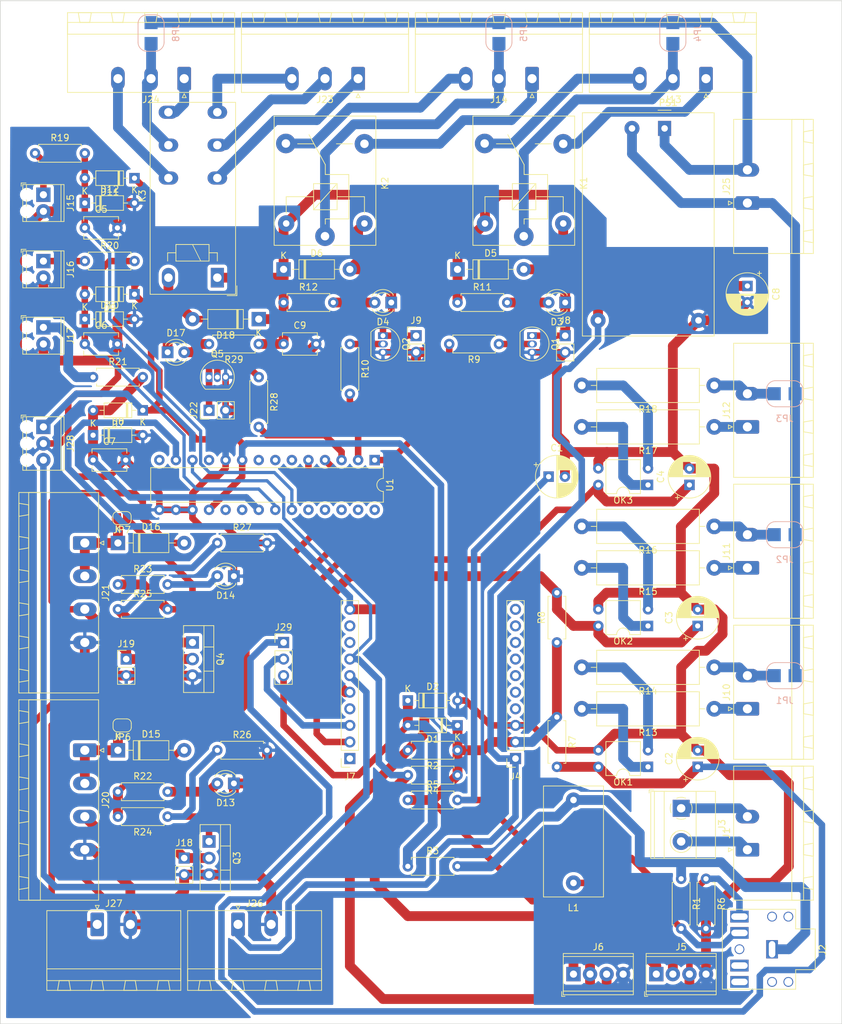
<source format=kicad_pcb>
(kicad_pcb (version 20171130) (host pcbnew 5.1.8-db9833491~88~ubuntu20.04.1)
  (title_block (title "Node Standard") (date 2020-12-03) (rev V0.5) (company "MakerSpace Leiden") (comment 1 "Getekend door: Hans Beerman"))
  (layers (0 F.Cu signal) (31 B.Cu signal) (34 B.Paste user) (35 F.Paste user) (36 B.SilkS user) (37 F.SilkS user) (38 B.Mask user) (39 F.Mask user) (44 Edge.Cuts user))
  (net 0 "")
  (net 1 GND)
  (net 2 Switch1)
  (net 3 Switch2)
  (net 4 Switch3)
  (net 5 GPIO32)
  (net 6 GPIO33)
  (net 7 GPI36_U1RXD)
  (net 8 +5V)
  (net 9 "Net-(D3-Pad2)")
  (net 10 GPI35)
  (net 11 +3V3)
  (net 12 "Net-(D17-Pad2)")
  (net 13 "Net-(D17-Pad1)")
  (net 14 GPIO5_SPI_C5)
  (net 15 GPIO4_U1TXD)
  (net 16 GPIO3_U0RXD)
  (net 17 GPIO2_HS2_DATA0)
  (net 18 GPIO1_U0TXD)
  (net 19 GPIO0)
  (net 20 ESP_EN)
  (net 21 GPIO13_I2C-SDA)
  (net 22 GPIO14_HS2_CLK)
  (net 23 GPIO15_HS2_CMD)
  (net 24 GPIO16_I2C-SCL)
  (net 25 GPI34_BUT1)
  (net 26 GPI39)
  (net 27 "Net-(J11-Pad2)")
  (net 28 "Net-(J11-Pad1)")
  (net 29 "Net-(J12-Pad2)")
  (net 30 "Net-(J12-Pad1)")
  (net 31 "Net-(J13-Pad3)")
  (net 32 "Net-(J13-Pad2)")
  (net 33 "Net-(J13-Pad1)")
  (net 34 "Net-(J14-Pad2)")
  (net 35 "Net-(J14-Pad1)")
  (net 36 "Net-(J15-Pad1)")
  (net 37 230VAC-N)
  (net 38 230VAC-L)
  (net 39 ExternalDCPower)
  (net 40 "Net-(OK1-Pad2)")
  (net 41 "Net-(OK1-Pad1)")
  (net 42 "Net-(OK2-Pad2)")
  (net 43 "Net-(OK2-Pad1)")
  (net 44 "Net-(OK3-Pad2)")
  (net 45 "Net-(OK3-Pad1)")
  (net 46 "Net-(Q1-Pad2)")
  (net 47 "Net-(Q2-Pad2)")
  (net 48 "Net-(Q3-Pad1)")
  (net 49 "Net-(Q4-Pad1)")
  (net 50 "Net-(Q5-Pad2)")
  (net 51 Relay1)
  (net 52 Relay2)
  (net 53 FET1)
  (net 54 FET2)
  (net 55 Relay3)
  (net 56 "Net-(U1-Pad28)")
  (net 57 "Net-(U1-Pad14)")
  (net 58 "Net-(U1-Pad27)")
  (net 59 "Net-(U1-Pad26)")
  (net 60 "Net-(U1-Pad25)")
  (net 61 "Net-(U1-Pad11)")
  (net 62 "Net-(U1-Pad24)")
  (net 63 "Net-(U1-Pad8)")
  (net 64 "Net-(U1-Pad7)")
  (net 65 "Net-(U1-Pad20)")
  (net 66 "Net-(U1-Pad6)")
  (net 67 "Net-(U1-Pad19)")
  (net 68 "Net-(C1-Pad1)")
  (net 69 "Net-(D3-Pad1)")
  (net 70 "Net-(D4-Pad2)")
  (net 71 "Net-(D4-Pad1)")
  (net 72 "Net-(D13-Pad2)")
  (net 73 "Net-(D14-Pad2)")
  (net 74 "Net-(D15-Pad2)")
  (net 75 "Net-(D15-Pad1)")
  (net 76 "Net-(D16-Pad2)")
  (net 77 "Net-(D16-Pad1)")
  (net 78 "Net-(J1-Pad2)")
  (net 79 "Net-(J1-Pad1)")
  (net 80 "Net-(J2-PadS)")
  (net 81 "Net-(J2-PadR)")
  (net 82 "Net-(J2-PadTN)")
  (net 83 "Net-(J2-PadRN)")
  (net 84 "Net-(J10-Pad2)")
  (net 85 "Net-(J10-Pad1)")
  (net 86 "Net-(J14-Pad3)")
  (net 87 "Net-(J16-Pad1)")
  (net 88 "Net-(J17-Pad1)")
  (net 89 "Net-(J23-Pad3)")
  (net 90 "Net-(J23-Pad2)")
  (net 91 "Net-(J23-Pad1)")
  (net 92 "Net-(J24-Pad3)")
  (net 93 "Net-(J24-Pad2)")
  (net 94 "Net-(J24-Pad1)")
  (net 95 "Net-(D1-Pad2)")
  (net 96 "Net-(J28-Pad3)")
  (module Footprints:Jack_3.5mm_CUI_FEMPM_Horizontal (layer F.Cu) (at 149.86 166.37 270)
    (fp_text reference J2 (at 0.1 -6.45 90) (layer F.SilkS))
    (fp_text value AudioJack3_SwitchTR)
    (pad "" np_thru_hole circle (at 0 6.3 270) (size 1.5 1.5) (drill 1.2) (layers *.Cu *.Mask))
    (pad "" np_thru_hole circle (at -5 1.3 270) (size 1.5 1.5) (drill 1.2) (layers *.Cu *.Mask))
    (pad "" np_thru_hole circle (at 5 1.3 270) (size 1.5 1.5) (drill 1.2) (layers *.Cu *.Mask))
    (pad "" np_thru_hole circle (at 5 -1.2 270) (size 1.5 1.5) (drill 1.2) (layers *.Cu *.Mask))
    (pad "" np_thru_hole circle (at -5 -1.2 270) (size 1.5 1.5) (drill 1.2) (layers *.Cu *.Mask))
    (pad S thru_hole rect (at 0 1.3 270) (size 2.8 1.8) (drill oval 2.5 1) (layers *.Cu *.Mask) (net 80 "Net-(J2-PadS)"))
    (pad T thru_hole rect (at -5 6.3 180) (size 2.8 1.8) (drill oval 2.5 1) (layers *.Cu *.Mask) (net 68 "Net-(C1-Pad1)"))
    (pad R thru_hole rect (at 5 6.3) (size 2.8 1.8) (drill oval 2.5 1) (layers *.Cu *.Mask) (net 81 "Net-(J2-PadR)"))
    (pad TN thru_hole rect (at -2.5 6.3) (size 2.8 1.8) (drill oval 2.5 1) (layers *.Cu *.Mask) (net 82 "Net-(J2-PadTN)"))
    (pad RN thru_hole rect (at 2.5 6.3) (size 2.8 1.8) (drill oval 2.5 1) (layers *.Cu *.Mask) (net 83 "Net-(J2-PadRN)"))
  )
  (module MountingHole:MountingHole_3.2mm_M3 (layer F.Cu) (at 97.155 167.64)
    (fp_text reference REF** hide)
    (fp_text value MountingHole_3.2mm_M3 hide)
    (pad 1 np_thru_hole circle (at 0 0) (size 3.2 3.2) (drill 3.2) (layers *.Cu *.Mask))
  )
  (module MountingHole:MountingHole_3.2mm_M3 (layer F.Cu) (at 152.4 26.67)
    (fp_text reference REF** hide)
    (fp_text value MountingHole_3.2mm_M3 hide)
    (pad 1 np_thru_hole circle (at 0 0) (size 3.2 3.2) (drill 3.2) (layers *.Cu *.Mask))
  )
  (module MountingHole:MountingHole_3.2mm_M3 (layer F.Cu) (at 34.925 26.67)
    (fp_text reference REF** hide)
    (fp_text value MountingHole_3.2mm_M3 hide)
    (pad 1 np_thru_hole circle (at 0 0) (size 3.2 3.2) (drill 3.2) (layers *.Cu *.Mask))
  )
  (module Footprints:SolderJumper-2_P3mm_Open_RoundedPad (layer B.Cu) (at 53.34 26.035 90)
    (fp_text reference JP8 (at 0 3.81 90) (layer B.SilkS) (effects (justify mirror)))
    (fp_text value 230VAC-L)
    (pad 1 smd custom (at -1.6 0 90) (size 2 2) (layers B.Cu B.Mask) (net 93 "Net-(J24-Pad2)") (options (clearance outline) (anchor rect)) (primitives (gr_circle (center 0 -0.25) (end 0.5 -0.25) (width 0)) (gr_circle (center 0 0.25) (end 0.5 0.25) (width 0)) (gr_poly (pts (xy 0 0.75) (xy 0.5 0.75) (xy 0.5 -0.75) (xy 0 -0.75)) (width 0))))
    (pad 2 smd custom (at 1.6 0 90) (size 2 2) (layers B.Cu B.Paste B.Mask) (net 38 230VAC-L) (options (clearance outline) (anchor rect)) (primitives (gr_circle (center 0 -0.25) (end 0.5 -0.25) (width 0)) (gr_circle (center 0 0.25) (end 0.5 0.25) (width 0)) (gr_poly (pts (xy 0 0.75) (xy -0.5 0.75) (xy -0.5 -0.75) (xy 0 -0.75)) (width 0))))
  )
  (module Footprints:SolderJumper-2_P3mm_Open_RoundedPad (layer B.Cu) (at 106.68 26.035 90)
    (fp_text reference JP5 (at 0 3.81 90) (layer B.SilkS) (effects (justify mirror)))
    (fp_text value 230VAC-L)
    (pad 1 smd custom (at -1.6 0 90) (size 2 2) (layers B.Cu B.Mask) (net 34 "Net-(J14-Pad2)") (options (clearance outline) (anchor rect)) (primitives (gr_circle (center 0 -0.25) (end 0.5 -0.25) (width 0)) (gr_circle (center 0 0.25) (end 0.5 0.25) (width 0)) (gr_poly (pts (xy 0 0.75) (xy 0.5 0.75) (xy 0.5 -0.75) (xy 0 -0.75)) (width 0))))
    (pad 2 smd custom (at 1.6 0 90) (size 2 2) (layers B.Cu B.Paste B.Mask) (net 38 230VAC-L) (options (clearance outline) (anchor rect)) (primitives (gr_circle (center 0 -0.25) (end 0.5 -0.25) (width 0)) (gr_circle (center 0 0.25) (end 0.5 0.25) (width 0)) (gr_poly (pts (xy 0 0.75) (xy -0.5 0.75) (xy -0.5 -0.75) (xy 0 -0.75)) (width 0))))
  )
  (module Footprints:SolderJumper-2_P3mm_Open_RoundedPad (layer B.Cu) (at 133.35 26.035 90)
    (fp_text reference JP4 (at 0 3.81 90) (layer B.SilkS) (effects (justify mirror)))
    (fp_text value 230VAC-L)
    (pad 1 smd custom (at -1.6 0 90) (size 2 2) (layers B.Cu B.Mask) (net 32 "Net-(J13-Pad2)") (options (clearance outline) (anchor rect)) (primitives (gr_circle (center 0 -0.25) (end 0.5 -0.25) (width 0)) (gr_circle (center 0 0.25) (end 0.5 0.25) (width 0)) (gr_poly (pts (xy 0 0.75) (xy 0.5 0.75) (xy 0.5 -0.75) (xy 0 -0.75)) (width 0))))
    (pad 2 smd custom (at 1.6 0 90) (size 2 2) (layers B.Cu B.Paste B.Mask) (net 38 230VAC-L) (options (clearance outline) (anchor rect)) (primitives (gr_circle (center 0 -0.25) (end 0.5 -0.25) (width 0)) (gr_circle (center 0 0.25) (end 0.5 0.25) (width 0)) (gr_poly (pts (xy 0 0.75) (xy -0.5 0.75) (xy -0.5 -0.75) (xy 0 -0.75)) (width 0))))
  )
  (module Footprints:SolderJumper-2_P3mm_Open_RoundedPad (layer B.Cu) (at 150.495 81.28)
    (fp_text reference JP3 (at 0 3.81) (layer B.SilkS) (effects (justify mirror)))
    (fp_text value 230VAC-N)
    (pad 1 smd custom (at -1.6 0) (size 2 2) (layers B.Cu B.Mask) (net 29 "Net-(J12-Pad2)") (options (clearance outline) (anchor rect)) (primitives (gr_circle (center 0 -0.25) (end 0.5 -0.25) (width 0)) (gr_circle (center 0 0.25) (end 0.5 0.25) (width 0)) (gr_poly (pts (xy 0 0.75) (xy 0.5 0.75) (xy 0.5 -0.75) (xy 0 -0.75)) (width 0))))
    (pad 2 smd custom (at 1.6 0) (size 2 2) (layers B.Cu B.Paste B.Mask) (net 37 230VAC-N) (options (clearance outline) (anchor rect)) (primitives (gr_circle (center 0 -0.25) (end 0.5 -0.25) (width 0)) (gr_circle (center 0 0.25) (end 0.5 0.25) (width 0)) (gr_poly (pts (xy 0 0.75) (xy -0.5 0.75) (xy -0.5 -0.75) (xy 0 -0.75)) (width 0))))
  )
  (module Footprints:SolderJumper-2_P3mm_Open_RoundedPad (layer B.Cu) (at 150.495 102.87)
    (fp_text reference JP2 (at 0 3.81) (layer B.SilkS) (effects (justify mirror)))
    (fp_text value 230VAC-N)
    (pad 1 smd custom (at -1.6 0) (size 2 2) (layers B.Cu B.Mask) (net 27 "Net-(J11-Pad2)") (options (clearance outline) (anchor rect)) (primitives (gr_circle (center 0 -0.25) (end 0.5 -0.25) (width 0)) (gr_circle (center 0 0.25) (end 0.5 0.25) (width 0)) (gr_poly (pts (xy 0 0.75) (xy 0.5 0.75) (xy 0.5 -0.75) (xy 0 -0.75)) (width 0))))
    (pad 2 smd custom (at 1.6 0) (size 2 2) (layers B.Cu B.Paste B.Mask) (net 37 230VAC-N) (options (clearance outline) (anchor rect)) (primitives (gr_circle (center 0 -0.25) (end 0.5 -0.25) (width 0)) (gr_circle (center 0 0.25) (end 0.5 0.25) (width 0)) (gr_poly (pts (xy 0 0.75) (xy -0.5 0.75) (xy -0.5 -0.75) (xy 0 -0.75)) (width 0))))
  )
  (module Footprints:SolderJumper-2_P3mm_Open_RoundedPad (layer B.Cu) (at 150.495 124.46)
    (fp_text reference JP1 (at 0 3.81) (layer B.SilkS) (effects (justify mirror)))
    (fp_text value 230VAC-N)
    (pad 1 smd custom (at -1.6 0) (size 2 2) (layers B.Cu B.Mask) (net 84 "Net-(J10-Pad2)") (options (clearance outline) (anchor rect)) (primitives (gr_circle (center 0 -0.25) (end 0.5 -0.25) (width 0)) (gr_circle (center 0 0.25) (end 0.5 0.25) (width 0)) (gr_poly (pts (xy 0 0.75) (xy 0.5 0.75) (xy 0.5 -0.75) (xy 0 -0.75)) (width 0))))
    (pad 2 smd custom (at 1.6 0) (size 2 2) (layers B.Cu B.Paste B.Mask) (net 37 230VAC-N) (options (clearance outline) (anchor rect)) (primitives (gr_circle (center 0 -0.25) (end 0.5 -0.25) (width 0)) (gr_circle (center 0 0.25) (end 0.5 0.25) (width 0)) (gr_poly (pts (xy 0 0.75) (xy -0.5 0.75) (xy -0.5 -0.75) (xy 0 -0.75)) (width 0))))
  )
  (module Resistor_THT:R_Axial_DIN0207_L6.3mm_D2.5mm_P7.62mm_Horizontal (layer F.Cu) (at 92.71 153.67)
    (fp_text reference R3 (at 3.81 -2.37) (layer F.SilkS))
    (fp_text value 2k2)
    (pad 2 thru_hole oval (at 7.62 0) (size 1.6 1.6) (drill 0.8) (layers *.Cu *.Mask) (net 80 "Net-(J2-PadS)"))
    (pad 1 thru_hole circle (at 0 0) (size 1.6 1.6) (drill 0.8) (layers *.Cu *.Mask) (net 95 "Net-(D1-Pad2)"))
  )
  (module LED_THT:LED_D3.0mm (layer F.Cu) (at 55.88 74.93)
    (fp_text reference D17 (at 1.27 -2.96) (layer F.SilkS))
    (fp_text value LED)
    (pad 2 thru_hole circle (at 2.54 0) (size 1.8 1.8) (drill 0.9) (layers *.Cu *.Mask) (net 12 "Net-(D17-Pad2)"))
    (pad 1 thru_hole rect (at 0 0) (size 1.8 1.8) (drill 0.9) (layers *.Cu *.Mask) (net 13 "Net-(D17-Pad1)"))
  )
  (module Relay_THT:Relay_DPDT_Schrack-RT2-FormC_RM5mm (layer F.Cu) (at 63.5 63.5 90)
    (fp_text reference K3 (at 12.5 -11.5 90) (layer F.SilkS))
    (fp_text value RT42xAxx)
    (pad 14 thru_hole oval (at 25.34 0 270) (size 2 3) (drill 1.3) (layers *.Cu *.Mask) (net 89 "Net-(J23-Pad3)"))
    (pad 21 thru_hole oval (at 20.3 -7.5 270) (size 2 3) (drill 1.3) (layers *.Cu *.Mask) (net 93 "Net-(J24-Pad2)"))
    (pad 12 thru_hole oval (at 15.26 0 270) (size 2 3) (drill 1.3) (layers *.Cu *.Mask) (net 91 "Net-(J23-Pad1)"))
    (pad 22 thru_hole oval (at 15.26 -7.5 270) (size 2 3) (drill 1.3) (layers *.Cu *.Mask) (net 92 "Net-(J24-Pad3)"))
    (pad 24 thru_hole oval (at 25.34 -7.5 270) (size 2 3) (drill 1.3) (layers *.Cu *.Mask) (net 94 "Net-(J24-Pad1)"))
    (pad 11 thru_hole oval (at 20.3 0 270) (size 2 3) (drill 1.3) (layers *.Cu *.Mask) (net 90 "Net-(J23-Pad2)"))
    (pad A2 thru_hole oval (at 0 -7.5 270) (size 3 2) (drill 1.3) (layers *.Cu *.Mask) (net 13 "Net-(D17-Pad1)"))
    (pad A1 thru_hole rect (at 0 0 270) (size 3 2) (drill 1.3) (layers *.Cu *.Mask) (net 8 +5V))
  )
  (module Connector_PinHeader_2.54mm:PinHeader_1x03_P2.54mm_Vertical (layer F.Cu) (at 73.66 119.38)
    (fp_text reference J29 (at 0 -2.33) (layer F.SilkS))
    (fp_text value "Current sensor select")
    (pad 3 thru_hole oval (at 0 5.08) (size 1.7 1.7) (drill 1) (layers *.Cu *.Mask) (net 95 "Net-(D1-Pad2)"))
    (pad 2 thru_hole oval (at 0 2.54) (size 1.7 1.7) (drill 1) (layers *.Cu *.Mask) (net 10 GPI35))
    (pad 1 thru_hole rect (at 0 0) (size 1.7 1.7) (drill 1) (layers *.Cu *.Mask) (net 96 "Net-(J28-Pad3)"))
  )
  (module TerminalBlock_Phoenix:TerminalBlock_Phoenix_MPT-0,5-3-2.54_1x03_P2.54mm_Horizontal (layer F.Cu) (at 36.83 86.36 270)
    (fp_text reference J28 (at 2.54 -4.16 90) (layer F.SilkS))
    (fp_text value "Hal current sensor")
    (pad "" np_thru_hole circle (at 5.08 2.54 270) (size 1.1 1.1) (drill 1.1) (layers *.Cu *.Mask))
    (pad 3 thru_hole circle (at 5.08 0 270) (size 2.2 2.2) (drill 1.1) (layers *.Cu *.Mask) (net 96 "Net-(J28-Pad3)"))
    (pad "" np_thru_hole circle (at 2.54 2.54 270) (size 1.1 1.1) (drill 1.1) (layers *.Cu *.Mask))
    (pad 2 thru_hole circle (at 2.54 0 270) (size 2.2 2.2) (drill 1.1) (layers *.Cu *.Mask) (net 1 GND))
    (pad "" np_thru_hole circle (at 0 2.54 270) (size 1.1 1.1) (drill 1.1) (layers *.Cu *.Mask))
    (pad 1 thru_hole rect (at 0 0 270) (size 2.2 2.2) (drill 1.1) (layers *.Cu *.Mask) (net 11 +3V3))
  )
  (module TerminalBlock_Phoenix:TerminalBlock_Phoenix_MPT-0,5-2-2.54_1x02_P2.54mm_Horizontal (layer F.Cu) (at 36.83 71.12 270)
    (fp_text reference J17 (at 1.27 -4.16 90) (layer F.SilkS))
    (fp_text value "Schakelaar 1 in")
    (pad "" np_thru_hole circle (at 2.54 2.54 270) (size 1.1 1.1) (drill 1.1) (layers *.Cu *.Mask))
    (pad 2 thru_hole circle (at 2.54 0 270) (size 2.2 2.2) (drill 1.1) (layers *.Cu *.Mask) (net 1 GND))
    (pad "" np_thru_hole circle (at 0 2.54 270) (size 1.1 1.1) (drill 1.1) (layers *.Cu *.Mask))
    (pad 1 thru_hole rect (at 0 0 270) (size 2.2 2.2) (drill 1.1) (layers *.Cu *.Mask) (net 88 "Net-(J17-Pad1)"))
  )
  (module TerminalBlock_Phoenix:TerminalBlock_Phoenix_MPT-0,5-2-2.54_1x02_P2.54mm_Horizontal (layer F.Cu) (at 36.83 60.96 270)
    (fp_text reference J16 (at 1.27 -4.16 90) (layer F.SilkS))
    (fp_text value "Schakelaar 2 in")
    (pad "" np_thru_hole circle (at 2.54 2.54 270) (size 1.1 1.1) (drill 1.1) (layers *.Cu *.Mask))
    (pad 2 thru_hole circle (at 2.54 0 270) (size 2.2 2.2) (drill 1.1) (layers *.Cu *.Mask) (net 1 GND))
    (pad "" np_thru_hole circle (at 0 2.54 270) (size 1.1 1.1) (drill 1.1) (layers *.Cu *.Mask))
    (pad 1 thru_hole rect (at 0 0 270) (size 2.2 2.2) (drill 1.1) (layers *.Cu *.Mask) (net 87 "Net-(J16-Pad1)"))
  )
  (module TerminalBlock_Phoenix:TerminalBlock_Phoenix_MPT-0,5-2-2.54_1x02_P2.54mm_Horizontal (layer F.Cu) (at 36.83 50.8 270)
    (fp_text reference J15 (at 1.27 -4.16 90) (layer F.SilkS))
    (fp_text value "Schakelaar 3 in")
    (pad "" np_thru_hole circle (at 2.54 2.54 270) (size 1.1 1.1) (drill 1.1) (layers *.Cu *.Mask))
    (pad 2 thru_hole circle (at 2.54 0 270) (size 2.2 2.2) (drill 1.1) (layers *.Cu *.Mask) (net 1 GND))
    (pad "" np_thru_hole circle (at 0 2.54 270) (size 1.1 1.1) (drill 1.1) (layers *.Cu *.Mask))
    (pad 1 thru_hole rect (at 0 0 270) (size 2.2 2.2) (drill 1.1) (layers *.Cu *.Mask) (net 36 "Net-(J15-Pad1)"))
  )
  (module TerminalBlock_Phoenix:TerminalBlock_Phoenix_MPT-0,5-4-2.54_1x04_P2.54mm_Horizontal (layer F.Cu) (at 118.11 170.18)
    (fp_text reference J6 (at 3.81 -4.16) (layer F.SilkS))
    (fp_text value RFIDReader)
    (pad 4 thru_hole circle (at 7.62 0) (size 2.2 2.2) (drill 1.1) (layers *.Cu *.Mask) (net 1 GND))
    (pad 3 thru_hole circle (at 5.08 0) (size 2.2 2.2) (drill 1.1) (layers *.Cu *.Mask) (net 11 +3V3))
    (pad 2 thru_hole circle (at 2.54 0) (size 2.2 2.2) (drill 1.1) (layers *.Cu *.Mask) (net 21 GPIO13_I2C-SDA))
    (pad 1 thru_hole rect (at 0 0) (size 2.2 2.2) (drill 1.1) (layers *.Cu *.Mask) (net 24 GPIO16_I2C-SCL))
  )
  (module TerminalBlock_Phoenix:TerminalBlock_Phoenix_MPT-0,5-4-2.54_1x04_P2.54mm_Horizontal (layer F.Cu) (at 130.81 170.18)
    (fp_text reference J5 (at 3.81 -4.16) (layer F.SilkS))
    (fp_text value OledDisplay)
    (pad 4 thru_hole circle (at 7.62 0) (size 2.2 2.2) (drill 1.1) (layers *.Cu *.Mask) (net 1 GND))
    (pad 3 thru_hole circle (at 5.08 0) (size 2.2 2.2) (drill 1.1) (layers *.Cu *.Mask) (net 11 +3V3))
    (pad 2 thru_hole circle (at 2.54 0) (size 2.2 2.2) (drill 1.1) (layers *.Cu *.Mask) (net 24 GPIO16_I2C-SCL))
    (pad 1 thru_hole rect (at 0 0) (size 2.2 2.2) (drill 1.1) (layers *.Cu *.Mask) (net 21 GPIO13_I2C-SDA))
  )
  (module Package_DIP:DIP-4_W7.62mm (layer F.Cu) (at 129.54 95.25 180)
    (fp_text reference OK3 (at 3.81 -2.33) (layer F.SilkS))
    (fp_text value PC814)
    (pad 4 thru_hole oval (at 7.62 0 180) (size 1.6 1.6) (drill 0.8) (layers *.Cu *.Mask) (net 7 GPI36_U1RXD))
    (pad 2 thru_hole oval (at 0 2.54 180) (size 1.6 1.6) (drill 0.8) (layers *.Cu *.Mask) (net 44 "Net-(OK3-Pad2)"))
    (pad 3 thru_hole oval (at 7.62 2.54 180) (size 1.6 1.6) (drill 0.8) (layers *.Cu *.Mask) (net 1 GND))
    (pad 1 thru_hole rect (at 0 0 180) (size 1.6 1.6) (drill 0.8) (layers *.Cu *.Mask) (net 45 "Net-(OK3-Pad1)"))
  )
  (module Package_DIP:DIP-4_W7.62mm (layer F.Cu) (at 129.54 116.84 180)
    (fp_text reference OK2 (at 3.81 -2.33) (layer F.SilkS))
    (fp_text value PC814)
    (pad 4 thru_hole oval (at 7.62 0 180) (size 1.6 1.6) (drill 0.8) (layers *.Cu *.Mask) (net 6 GPIO33))
    (pad 2 thru_hole oval (at 0 2.54 180) (size 1.6 1.6) (drill 0.8) (layers *.Cu *.Mask) (net 42 "Net-(OK2-Pad2)"))
    (pad 3 thru_hole oval (at 7.62 2.54 180) (size 1.6 1.6) (drill 0.8) (layers *.Cu *.Mask) (net 1 GND))
    (pad 1 thru_hole rect (at 0 0 180) (size 1.6 1.6) (drill 0.8) (layers *.Cu *.Mask) (net 43 "Net-(OK2-Pad1)"))
  )
  (module Package_DIP:DIP-4_W7.62mm (layer F.Cu) (at 129.54 138.43 180)
    (fp_text reference OK1 (at 3.81 -2.33) (layer F.SilkS))
    (fp_text value PC814)
    (pad 4 thru_hole oval (at 7.62 0 180) (size 1.6 1.6) (drill 0.8) (layers *.Cu *.Mask) (net 5 GPIO32))
    (pad 2 thru_hole oval (at 0 2.54 180) (size 1.6 1.6) (drill 0.8) (layers *.Cu *.Mask) (net 40 "Net-(OK1-Pad2)"))
    (pad 3 thru_hole oval (at 7.62 2.54 180) (size 1.6 1.6) (drill 0.8) (layers *.Cu *.Mask) (net 1 GND))
    (pad 1 thru_hole rect (at 0 0 180) (size 1.6 1.6) (drill 0.8) (layers *.Cu *.Mask) (net 41 "Net-(OK1-Pad1)"))
  )
  (module TerminalBlock_Phoenix:TerminalBlock_Phoenix_MKDS-1,5-2-5.08_1x02_P5.08mm_Horizontal (layer F.Cu) (at 134.62 144.78 270)
    (fp_text reference J3 (at 2.54 -6.26 90) (layer F.SilkS))
    (fp_text value "AC Current loop")
    (pad 2 thru_hole circle (at 5.08 0 270) (size 2.6 2.6) (drill 1.3) (layers *.Cu *.Mask) (net 79 "Net-(J1-Pad1)"))
    (pad 1 thru_hole rect (at 0 0 270) (size 2.6 2.6) (drill 1.3) (layers *.Cu *.Mask) (net 78 "Net-(J1-Pad2)"))
  )
  (module Package_DIP:DIP-28_W7.62mm (layer F.Cu) (at 87.63 91.44 270)
    (fp_text reference U1 (at 3.81 -2.33 90) (layer F.SilkS))
    (fp_text value MCP23017_SP)
    (pad 28 thru_hole oval (at 7.62 0 270) (size 1.6 1.6) (drill 0.8) (layers *.Cu *.Mask) (net 56 "Net-(U1-Pad28)"))
    (pad 14 thru_hole oval (at 0 33.02 270) (size 1.6 1.6) (drill 0.8) (layers *.Cu *.Mask) (net 57 "Net-(U1-Pad14)"))
    (pad 27 thru_hole oval (at 7.62 2.54 270) (size 1.6 1.6) (drill 0.8) (layers *.Cu *.Mask) (net 58 "Net-(U1-Pad27)"))
    (pad 13 thru_hole oval (at 0 30.48 270) (size 1.6 1.6) (drill 0.8) (layers *.Cu *.Mask) (net 21 GPIO13_I2C-SDA))
    (pad 26 thru_hole oval (at 7.62 5.08 270) (size 1.6 1.6) (drill 0.8) (layers *.Cu *.Mask) (net 59 "Net-(U1-Pad26)"))
    (pad 12 thru_hole oval (at 0 27.94 270) (size 1.6 1.6) (drill 0.8) (layers *.Cu *.Mask) (net 24 GPIO16_I2C-SCL))
    (pad 25 thru_hole oval (at 7.62 7.62 270) (size 1.6 1.6) (drill 0.8) (layers *.Cu *.Mask) (net 60 "Net-(U1-Pad25)"))
    (pad 11 thru_hole oval (at 0 25.4 270) (size 1.6 1.6) (drill 0.8) (layers *.Cu *.Mask) (net 61 "Net-(U1-Pad11)"))
    (pad 24 thru_hole oval (at 7.62 10.16 270) (size 1.6 1.6) (drill 0.8) (layers *.Cu *.Mask) (net 62 "Net-(U1-Pad24)"))
    (pad 10 thru_hole oval (at 0 22.86 270) (size 1.6 1.6) (drill 0.8) (layers *.Cu *.Mask) (net 1 GND))
    (pad 23 thru_hole oval (at 7.62 12.7 270) (size 1.6 1.6) (drill 0.8) (layers *.Cu *.Mask) (net 4 Switch3))
    (pad 9 thru_hole oval (at 0 20.32 270) (size 1.6 1.6) (drill 0.8) (layers *.Cu *.Mask) (net 11 +3V3))
    (pad 22 thru_hole oval (at 7.62 15.24 270) (size 1.6 1.6) (drill 0.8) (layers *.Cu *.Mask) (net 3 Switch2))
    (pad 8 thru_hole oval (at 0 17.78 270) (size 1.6 1.6) (drill 0.8) (layers *.Cu *.Mask) (net 63 "Net-(U1-Pad8)"))
    (pad 21 thru_hole oval (at 7.62 17.78 270) (size 1.6 1.6) (drill 0.8) (layers *.Cu *.Mask) (net 2 Switch1))
    (pad 7 thru_hole oval (at 0 15.24 270) (size 1.6 1.6) (drill 0.8) (layers *.Cu *.Mask) (net 64 "Net-(U1-Pad7)"))
    (pad 20 thru_hole oval (at 7.62 20.32 270) (size 1.6 1.6) (drill 0.8) (layers *.Cu *.Mask) (net 65 "Net-(U1-Pad20)"))
    (pad 6 thru_hole oval (at 0 12.7 270) (size 1.6 1.6) (drill 0.8) (layers *.Cu *.Mask) (net 66 "Net-(U1-Pad6)"))
    (pad 19 thru_hole oval (at 7.62 22.86 270) (size 1.6 1.6) (drill 0.8) (layers *.Cu *.Mask) (net 67 "Net-(U1-Pad19)"))
    (pad 5 thru_hole oval (at 0 10.16 270) (size 1.6 1.6) (drill 0.8) (layers *.Cu *.Mask) (net 54 FET2))
    (pad 18 thru_hole oval (at 7.62 25.4 270) (size 1.6 1.6) (drill 0.8) (layers *.Cu *.Mask) (net 11 +3V3))
    (pad 4 thru_hole oval (at 0 7.62 270) (size 1.6 1.6) (drill 0.8) (layers *.Cu *.Mask) (net 53 FET1))
    (pad 17 thru_hole oval (at 7.62 27.94 270) (size 1.6 1.6) (drill 0.8) (layers *.Cu *.Mask) (net 1 GND))
    (pad 3 thru_hole oval (at 0 5.08 270) (size 1.6 1.6) (drill 0.8) (layers *.Cu *.Mask) (net 55 Relay3))
    (pad 16 thru_hole oval (at 7.62 30.48 270) (size 1.6 1.6) (drill 0.8) (layers *.Cu *.Mask) (net 1 GND))
    (pad 2 thru_hole oval (at 0 2.54 270) (size 1.6 1.6) (drill 0.8) (layers *.Cu *.Mask) (net 52 Relay2))
    (pad 15 thru_hole oval (at 7.62 33.02 270) (size 1.6 1.6) (drill 0.8) (layers *.Cu *.Mask) (net 1 GND))
    (pad 1 thru_hole rect (at 0 0 270) (size 1.6 1.6) (drill 0.8) (layers *.Cu *.Mask) (net 51 Relay1))
  )
  (module Resistor_THT:R_Axial_DIN0207_L6.3mm_D2.5mm_P7.62mm_Horizontal (layer F.Cu) (at 69.85 73.66 180)
    (fp_text reference R29 (at 3.81 -2.37) (layer F.SilkS))
    (fp_text value 2k2)
    (pad 2 thru_hole oval (at 7.62 0 180) (size 1.6 1.6) (drill 0.8) (layers *.Cu *.Mask) (net 12 "Net-(D17-Pad2)"))
    (pad 1 thru_hole circle (at 0 0 180) (size 1.6 1.6) (drill 0.8) (layers *.Cu *.Mask) (net 8 +5V))
  )
  (module Resistor_THT:R_Axial_DIN0207_L6.3mm_D2.5mm_P7.62mm_Horizontal (layer F.Cu) (at 69.85 78.74 270)
    (fp_text reference R28 (at 3.81 -2.37 90) (layer F.SilkS))
    (fp_text value 1k)
    (pad 2 thru_hole oval (at 7.62 0 270) (size 1.6 1.6) (drill 0.8) (layers *.Cu *.Mask) (net 55 Relay3))
    (pad 1 thru_hole circle (at 0 0 270) (size 1.6 1.6) (drill 0.8) (layers *.Cu *.Mask) (net 50 "Net-(Q5-Pad2)"))
  )
  (module Resistor_THT:R_Axial_DIN0207_L6.3mm_D2.5mm_P7.62mm_Horizontal (layer F.Cu) (at 115.57 119.38 90)
    (fp_text reference R8 (at 3.81 -2.37 90) (layer F.SilkS))
    (fp_text value 10k)
    (pad 2 thru_hole oval (at 7.62 0 90) (size 1.6 1.6) (drill 0.8) (layers *.Cu *.Mask) (net 6 GPIO33))
    (pad 1 thru_hole circle (at 0 0 90) (size 1.6 1.6) (drill 0.8) (layers *.Cu *.Mask) (net 11 +3V3))
  )
  (module Resistor_THT:R_Axial_DIN0207_L6.3mm_D2.5mm_P7.62mm_Horizontal (layer F.Cu) (at 115.57 130.81 270)
    (fp_text reference R7 (at 3.81 -2.37 90) (layer F.SilkS))
    (fp_text value 10k)
    (pad 2 thru_hole oval (at 7.62 0 270) (size 1.6 1.6) (drill 0.8) (layers *.Cu *.Mask) (net 5 GPIO32))
    (pad 1 thru_hole circle (at 0 0 270) (size 1.6 1.6) (drill 0.8) (layers *.Cu *.Mask) (net 11 +3V3))
  )
  (module Resistor_THT:R_Axial_DIN0207_L6.3mm_D2.5mm_P7.62mm_Horizontal (layer F.Cu) (at 63.5 104.14)
    (fp_text reference R27 (at 3.81 -2.37) (layer F.SilkS))
    (fp_text value 47k)
    (pad 2 thru_hole oval (at 7.62 0) (size 1.6 1.6) (drill 0.8) (layers *.Cu *.Mask) (net 1 GND))
    (pad 1 thru_hole circle (at 0 0) (size 1.6 1.6) (drill 0.8) (layers *.Cu *.Mask) (net 49 "Net-(Q4-Pad1)"))
  )
  (module Resistor_THT:R_Axial_DIN0207_L6.3mm_D2.5mm_P7.62mm_Horizontal (layer F.Cu) (at 63.5 135.89)
    (fp_text reference R26 (at 3.81 -2.37) (layer F.SilkS))
    (fp_text value 47k)
    (pad 2 thru_hole oval (at 7.62 0) (size 1.6 1.6) (drill 0.8) (layers *.Cu *.Mask) (net 1 GND))
    (pad 1 thru_hole circle (at 0 0) (size 1.6 1.6) (drill 0.8) (layers *.Cu *.Mask) (net 48 "Net-(Q3-Pad1)"))
  )
  (module Resistor_THT:R_Axial_DIN0207_L6.3mm_D2.5mm_P7.62mm_Horizontal (layer F.Cu) (at 48.26 114.3)
    (fp_text reference R25 (at 3.81 -2.37) (layer F.SilkS))
    (fp_text value 150R)
    (pad 2 thru_hole oval (at 7.62 0) (size 1.6 1.6) (drill 0.8) (layers *.Cu *.Mask) (net 54 FET2))
    (pad 1 thru_hole circle (at 0 0) (size 1.6 1.6) (drill 0.8) (layers *.Cu *.Mask) (net 49 "Net-(Q4-Pad1)"))
  )
  (module Resistor_THT:R_Axial_DIN0207_L6.3mm_D2.5mm_P7.62mm_Horizontal (layer F.Cu) (at 55.88 146.05 180)
    (fp_text reference R24 (at 3.81 -2.37) (layer F.SilkS))
    (fp_text value 150R)
    (pad 2 thru_hole oval (at 7.62 0 180) (size 1.6 1.6) (drill 0.8) (layers *.Cu *.Mask) (net 53 FET1))
    (pad 1 thru_hole circle (at 0 0 180) (size 1.6 1.6) (drill 0.8) (layers *.Cu *.Mask) (net 48 "Net-(Q3-Pad1)"))
  )
  (module Resistor_THT:R_Axial_DIN0207_L6.3mm_D2.5mm_P7.62mm_Horizontal (layer F.Cu) (at 35.56 44.45)
    (fp_text reference R19 (at 3.81 -2.37) (layer F.SilkS))
    (fp_text value 330R)
    (pad 2 thru_hole oval (at 7.62 0) (size 1.6 1.6) (drill 0.8) (layers *.Cu *.Mask) (net 4 Switch3))
    (pad 1 thru_hole circle (at 0 0) (size 1.6 1.6) (drill 0.8) (layers *.Cu *.Mask) (net 36 "Net-(J15-Pad1)"))
  )
  (module Resistor_THT:R_Axial_DIN0207_L6.3mm_D2.5mm_P7.62mm_Horizontal (layer F.Cu) (at 43.18 60.96)
    (fp_text reference R20 (at 3.81 -2.37) (layer F.SilkS))
    (fp_text value 330R)
    (pad 2 thru_hole oval (at 7.62 0) (size 1.6 1.6) (drill 0.8) (layers *.Cu *.Mask) (net 3 Switch2))
    (pad 1 thru_hole circle (at 0 0) (size 1.6 1.6) (drill 0.8) (layers *.Cu *.Mask) (net 87 "Net-(J16-Pad1)"))
  )
  (module Resistor_THT:R_Axial_DIN0207_L6.3mm_D2.5mm_P7.62mm_Horizontal (layer F.Cu) (at 48.26 110.49)
    (fp_text reference R23 (at 3.81 -2.37) (layer F.SilkS))
    (fp_text value 1k5)
    (pad 2 thru_hole oval (at 7.62 0) (size 1.6 1.6) (drill 0.8) (layers *.Cu *.Mask) (net 73 "Net-(D14-Pad2)"))
    (pad 1 thru_hole circle (at 0 0) (size 1.6 1.6) (drill 0.8) (layers *.Cu *.Mask) (net 54 FET2))
  )
  (module Resistor_THT:R_Axial_DIN0207_L6.3mm_D2.5mm_P7.62mm_Horizontal (layer F.Cu) (at 48.26 142.24)
    (fp_text reference R22 (at 3.81 -2.37) (layer F.SilkS))
    (fp_text value 1k5)
    (pad 2 thru_hole oval (at 7.62 0) (size 1.6 1.6) (drill 0.8) (layers *.Cu *.Mask) (net 72 "Net-(D13-Pad2)"))
    (pad 1 thru_hole circle (at 0 0) (size 1.6 1.6) (drill 0.8) (layers *.Cu *.Mask) (net 53 FET1))
  )
  (module Resistor_THT:R_Axial_DIN0516_L15.5mm_D5.0mm_P20.32mm_Horizontal (layer F.Cu) (at 139.7 80.01 180)
    (fp_text reference R18 (at 10.16 -3.62) (layer F.SilkS))
    (fp_text value 220k)
    (pad 2 thru_hole oval (at 20.32 0 180) (size 2.4 2.4) (drill 1.2) (layers *.Cu *.Mask) (net 44 "Net-(OK3-Pad2)"))
    (pad 1 thru_hole circle (at 0 0 180) (size 2.4 2.4) (drill 1.2) (layers *.Cu *.Mask) (net 29 "Net-(J12-Pad2)"))
  )
  (module Resistor_THT:R_Axial_DIN0516_L15.5mm_D5.0mm_P20.32mm_Horizontal (layer F.Cu) (at 139.7 86.36 180)
    (fp_text reference R17 (at 10.16 -3.62) (layer F.SilkS))
    (fp_text value 220k)
    (pad 2 thru_hole oval (at 20.32 0 180) (size 2.4 2.4) (drill 1.2) (layers *.Cu *.Mask) (net 45 "Net-(OK3-Pad1)"))
    (pad 1 thru_hole circle (at 0 0 180) (size 2.4 2.4) (drill 1.2) (layers *.Cu *.Mask) (net 30 "Net-(J12-Pad1)"))
  )
  (module Resistor_THT:R_Axial_DIN0207_L6.3mm_D2.5mm_P7.62mm_Horizontal (layer F.Cu) (at 73.66 67.31)
    (fp_text reference R12 (at 3.81 -2.37) (layer F.SilkS))
    (fp_text value 2k2)
    (pad 2 thru_hole oval (at 7.62 0) (size 1.6 1.6) (drill 0.8) (layers *.Cu *.Mask) (net 70 "Net-(D4-Pad2)"))
    (pad 1 thru_hole circle (at 0 0) (size 1.6 1.6) (drill 0.8) (layers *.Cu *.Mask) (net 8 +5V))
  )
  (module Resistor_THT:R_Axial_DIN0207_L6.3mm_D2.5mm_P7.62mm_Horizontal (layer F.Cu) (at 83.82 73.66 270)
    (fp_text reference R10 (at 3.81 -2.37 90) (layer F.SilkS))
    (fp_text value 1k)
    (pad 2 thru_hole oval (at 7.62 0 270) (size 1.6 1.6) (drill 0.8) (layers *.Cu *.Mask) (net 52 Relay2))
    (pad 1 thru_hole circle (at 0 0 270) (size 1.6 1.6) (drill 0.8) (layers *.Cu *.Mask) (net 47 "Net-(Q2-Pad2)"))
  )
  (module Resistor_THT:R_Axial_DIN0207_L6.3mm_D2.5mm_P7.62mm_Horizontal (layer F.Cu) (at 138.43 155.575 270)
    (fp_text reference R6 (at 3.81 -2.37 90) (layer F.SilkS))
    (fp_text value 22k)
    (pad 2 thru_hole oval (at 7.62 0 270) (size 1.6 1.6) (drill 0.8) (layers *.Cu *.Mask) (net 1 GND))
    (pad 1 thru_hole circle (at 0 0 270) (size 1.6 1.6) (drill 0.8) (layers *.Cu *.Mask) (net 68 "Net-(C1-Pad1)"))
  )
  (module Resistor_THT:R_Axial_DIN0207_L6.3mm_D2.5mm_P7.62mm_Horizontal (layer F.Cu) (at 106.68 73.66 180)
    (fp_text reference R9 (at 3.81 -2.37) (layer F.SilkS))
    (fp_text value 1k)
    (pad 2 thru_hole oval (at 7.62 0 180) (size 1.6 1.6) (drill 0.8) (layers *.Cu *.Mask) (net 51 Relay1))
    (pad 1 thru_hole circle (at 0 0 180) (size 1.6 1.6) (drill 0.8) (layers *.Cu *.Mask) (net 46 "Net-(Q1-Pad2)"))
  )
  (module Resistor_THT:R_Axial_DIN0207_L6.3mm_D2.5mm_P7.62mm_Horizontal (layer F.Cu) (at 100.33 67.31)
    (fp_text reference R11 (at 3.81 -2.37) (layer F.SilkS))
    (fp_text value 2k2)
    (pad 2 thru_hole oval (at 7.62 0) (size 1.6 1.6) (drill 0.8) (layers *.Cu *.Mask) (net 9 "Net-(D3-Pad2)"))
    (pad 1 thru_hole circle (at 0 0) (size 1.6 1.6) (drill 0.8) (layers *.Cu *.Mask) (net 8 +5V))
  )
  (module Resistor_THT:R_Axial_DIN0516_L15.5mm_D5.0mm_P20.32mm_Horizontal (layer F.Cu) (at 139.7 107.95 180)
    (fp_text reference R15 (at 10.16 -3.62) (layer F.SilkS))
    (fp_text value 220k)
    (pad 2 thru_hole oval (at 20.32 0 180) (size 2.4 2.4) (drill 1.2) (layers *.Cu *.Mask) (net 43 "Net-(OK2-Pad1)"))
    (pad 1 thru_hole circle (at 0 0 180) (size 2.4 2.4) (drill 1.2) (layers *.Cu *.Mask) (net 28 "Net-(J11-Pad1)"))
  )
  (module Resistor_THT:R_Axial_DIN0516_L15.5mm_D5.0mm_P20.32mm_Horizontal (layer F.Cu) (at 139.7 101.6 180)
    (fp_text reference R16 (at 10.16 -3.62) (layer F.SilkS))
    (fp_text value 220k)
    (pad 2 thru_hole oval (at 20.32 0 180) (size 2.4 2.4) (drill 1.2) (layers *.Cu *.Mask) (net 42 "Net-(OK2-Pad2)"))
    (pad 1 thru_hole circle (at 0 0 180) (size 2.4 2.4) (drill 1.2) (layers *.Cu *.Mask) (net 27 "Net-(J11-Pad2)"))
  )
  (module Resistor_THT:R_Axial_DIN0516_L15.5mm_D5.0mm_P20.32mm_Horizontal (layer F.Cu) (at 139.7 129.54 180)
    (fp_text reference R13 (at 10.16 -3.62) (layer F.SilkS))
    (fp_text value 220k)
    (pad 2 thru_hole oval (at 20.32 0 180) (size 2.4 2.4) (drill 1.2) (layers *.Cu *.Mask) (net 41 "Net-(OK1-Pad1)"))
    (pad 1 thru_hole circle (at 0 0 180) (size 2.4 2.4) (drill 1.2) (layers *.Cu *.Mask) (net 85 "Net-(J10-Pad1)"))
  )
  (module Resistor_THT:R_Axial_DIN0516_L15.5mm_D5.0mm_P20.32mm_Horizontal (layer F.Cu) (at 139.7 123.19 180)
    (fp_text reference R14 (at 10.16 -3.62) (layer F.SilkS))
    (fp_text value 220k)
    (pad 2 thru_hole oval (at 20.32 0 180) (size 2.4 2.4) (drill 1.2) (layers *.Cu *.Mask) (net 40 "Net-(OK1-Pad2)"))
    (pad 1 thru_hole circle (at 0 0 180) (size 2.4 2.4) (drill 1.2) (layers *.Cu *.Mask) (net 84 "Net-(J10-Pad2)"))
  )
  (module Resistor_THT:R_Axial_DIN0207_L6.3mm_D2.5mm_P7.62mm_Horizontal (layer F.Cu) (at 92.71 143.51)
    (fp_text reference R5 (at 3.81 -2.37) (layer F.SilkS))
    (fp_text value 22k)
    (pad 2 thru_hole oval (at 7.62 0) (size 1.6 1.6) (drill 0.8) (layers *.Cu *.Mask) (net 68 "Net-(C1-Pad1)"))
    (pad 1 thru_hole circle (at 0 0) (size 1.6 1.6) (drill 0.8) (layers *.Cu *.Mask) (net 11 +3V3))
  )
  (module Resistor_THT:R_Axial_DIN0207_L6.3mm_D2.5mm_P7.62mm_Horizontal (layer F.Cu) (at 100.33 139.7 180)
    (fp_text reference R4 (at 3.81 -2.37) (layer F.SilkS))
    (fp_text value 4k7)
    (pad 2 thru_hole oval (at 7.62 0 180) (size 1.6 1.6) (drill 0.8) (layers *.Cu *.Mask) (net 24 GPIO16_I2C-SCL))
    (pad 1 thru_hole circle (at 0 0 180) (size 1.6 1.6) (drill 0.8) (layers *.Cu *.Mask) (net 11 +3V3))
  )
  (module Resistor_THT:R_Axial_DIN0207_L6.3mm_D2.5mm_P7.62mm_Horizontal (layer F.Cu) (at 44.45 78.74)
    (fp_text reference R21 (at 3.81 -2.37) (layer F.SilkS))
    (fp_text value 330R)
    (pad 2 thru_hole oval (at 7.62 0) (size 1.6 1.6) (drill 0.8) (layers *.Cu *.Mask) (net 2 Switch1))
    (pad 1 thru_hole circle (at 0 0) (size 1.6 1.6) (drill 0.8) (layers *.Cu *.Mask) (net 88 "Net-(J17-Pad1)"))
  )
  (module Resistor_THT:R_Axial_DIN0207_L6.3mm_D2.5mm_P7.62mm_Horizontal (layer F.Cu) (at 100.33 135.89 180)
    (fp_text reference R2 (at 3.81 -2.37) (layer F.SilkS))
    (fp_text value 4k7)
    (pad 2 thru_hole oval (at 7.62 0 180) (size 1.6 1.6) (drill 0.8) (layers *.Cu *.Mask) (net 21 GPIO13_I2C-SDA))
    (pad 1 thru_hole circle (at 0 0 180) (size 1.6 1.6) (drill 0.8) (layers *.Cu *.Mask) (net 11 +3V3))
  )
  (module Resistor_THT:R_Axial_DIN0207_L6.3mm_D2.5mm_P7.62mm_Horizontal (layer F.Cu) (at 134.62 155.575 270)
    (fp_text reference R1 (at 3.81 -2.37 90) (layer F.SilkS))
    (fp_text value 33)
    (pad 2 thru_hole oval (at 7.62 0 270) (size 1.6 1.6) (drill 0.8) (layers *.Cu *.Mask) (net 82 "Net-(J2-PadTN)"))
    (pad 1 thru_hole circle (at 0 0 270) (size 1.6 1.6) (drill 0.8) (layers *.Cu *.Mask) (net 80 "Net-(J2-PadS)"))
  )
  (module Package_TO_SOT_THT:TO-92_Inline (layer F.Cu) (at 62.23 78.74)
    (fp_text reference Q5 (at 1.27 -3.56) (layer F.SilkS))
    (fp_text value BC547)
    (pad 1 thru_hole rect (at 0 0) (size 1.05 1.5) (drill 0.75) (layers *.Cu *.Mask) (net 13 "Net-(D17-Pad1)"))
    (pad 3 thru_hole oval (at 2.54 0) (size 1.05 1.5) (drill 0.75) (layers *.Cu *.Mask) (net 1 GND))
    (pad 2 thru_hole oval (at 1.27 0) (size 1.05 1.5) (drill 0.75) (layers *.Cu *.Mask) (net 50 "Net-(Q5-Pad2)"))
  )
  (module Package_TO_SOT_THT:TO-220-3_Vertical (layer F.Cu) (at 59.69 119.38 270)
    (fp_text reference Q4 (at 2.54 -4.27 90) (layer F.SilkS))
    (fp_text value IRLZ34N)
    (pad 3 thru_hole oval (at 5.08 0 270) (size 1.905 2) (drill 1.1) (layers *.Cu *.Mask) (net 1 GND))
    (pad 2 thru_hole oval (at 2.54 0 270) (size 1.905 2) (drill 1.1) (layers *.Cu *.Mask) (net 76 "Net-(D16-Pad2)"))
    (pad 1 thru_hole rect (at 0 0 270) (size 1.905 2) (drill 1.1) (layers *.Cu *.Mask) (net 49 "Net-(Q4-Pad1)"))
  )
  (module Package_TO_SOT_THT:TO-220-3_Vertical (layer F.Cu) (at 62.23 149.86 270)
    (fp_text reference Q3 (at 2.54 -4.27 90) (layer F.SilkS))
    (fp_text value IRLZ34N)
    (pad 3 thru_hole oval (at 5.08 0 270) (size 1.905 2) (drill 1.1) (layers *.Cu *.Mask) (net 1 GND))
    (pad 2 thru_hole oval (at 2.54 0 270) (size 1.905 2) (drill 1.1) (layers *.Cu *.Mask) (net 74 "Net-(D15-Pad2)"))
    (pad 1 thru_hole rect (at 0 0 270) (size 1.905 2) (drill 1.1) (layers *.Cu *.Mask) (net 48 "Net-(Q3-Pad1)"))
  )
  (module Package_TO_SOT_THT:TO-92_Inline (layer F.Cu) (at 111.76 72.39 270)
    (fp_text reference Q1 (at 1.27 -3.56 90) (layer F.SilkS))
    (fp_text value BC547)
    (pad 1 thru_hole rect (at 0 0 270) (size 1.05 1.5) (drill 0.75) (layers *.Cu *.Mask) (net 69 "Net-(D3-Pad1)"))
    (pad 3 thru_hole oval (at 2.54 0 270) (size 1.05 1.5) (drill 0.75) (layers *.Cu *.Mask) (net 1 GND))
    (pad 2 thru_hole oval (at 1.27 0 270) (size 1.05 1.5) (drill 0.75) (layers *.Cu *.Mask) (net 46 "Net-(Q1-Pad2)"))
  )
  (module Package_TO_SOT_THT:TO-92_Inline (layer F.Cu) (at 88.9 72.39 270)
    (fp_text reference Q2 (at 1.27 -3.56 90) (layer F.SilkS))
    (fp_text value BC547)
    (pad 1 thru_hole rect (at 0 0 270) (size 1.05 1.5) (drill 0.75) (layers *.Cu *.Mask) (net 71 "Net-(D4-Pad1)"))
    (pad 3 thru_hole oval (at 2.54 0 270) (size 1.05 1.5) (drill 0.75) (layers *.Cu *.Mask) (net 1 GND))
    (pad 2 thru_hole oval (at 1.27 0 270) (size 1.05 1.5) (drill 0.75) (layers *.Cu *.Mask) (net 47 "Net-(Q2-Pad2)"))
  )
  (module Converter_ACDC:Converter_ACDC_HiLink_HLK-PMxx (layer F.Cu) (at 132.08 40.64 270)
    (fp_text reference PS1 (at -3.94 -0.55) (layer F.SilkS))
    (fp_text value HLK-PM01)
    (pad 4 thru_hole circle (at 29.4 10.2 270) (size 2.3 2.3) (drill 1) (layers *.Cu *.Mask) (net 8 +5V))
    (pad 2 thru_hole circle (at 0 5 270) (size 2.3 2.3) (drill 1) (layers *.Cu *.Mask) (net 37 230VAC-N))
    (pad 1 thru_hole rect (at 0 0 270) (size 2.3 2) (drill 1) (layers *.Cu *.Mask) (net 38 230VAC-L))
    (pad 3 thru_hole circle (at 29.4 -5.2 270) (size 2.3 2.3) (drill 1) (layers *.Cu *.Mask) (net 1 GND))
  )
  (module Footprints:TA12-100 (layer F.Cu) (at 118.11 149.86 90)
    (fp_text reference L1 (at -10.16 0) (layer F.SilkS))
    (fp_text value ZMCT118F)
    (pad 1 thru_hole circle (at -6.35 0 90) (size 2.3 2.3) (drill 1) (layers *.Cu *.Mask) (net 82 "Net-(J2-PadTN)"))
    (pad 2 thru_hole circle (at 6.35 0 90) (size 2.3 2.3) (drill 1) (layers *.Cu *.Mask) (net 80 "Net-(J2-PadS)"))
  )
  (module Relay_THT:Relay_SPDT_SANYOU_SRD_Series_Form_C (layer F.Cu) (at 80.01 57.15 90)
    (fp_text reference K2 (at 8.1 9.2 90) (layer F.SilkS))
    (fp_text value SANYOU_SRD_Form_C)
    (pad 1 thru_hole circle (at 0 0 180) (size 3 3) (drill 1.3) (layers *.Cu *.Mask) (net 34 "Net-(J14-Pad2)"))
    (pad 5 thru_hole circle (at 1.95 -5.95 180) (size 2.5 2.5) (drill 1) (layers *.Cu *.Mask) (net 8 +5V))
    (pad 4 thru_hole circle (at 14.2 -6 180) (size 3 3) (drill 1.3) (layers *.Cu *.Mask) (net 86 "Net-(J14-Pad3)"))
    (pad 3 thru_hole circle (at 14.15 6.05 180) (size 3 3) (drill 1.3) (layers *.Cu *.Mask) (net 35 "Net-(J14-Pad1)"))
    (pad 2 thru_hole circle (at 1.95 6.05 180) (size 2.5 2.5) (drill 1) (layers *.Cu *.Mask) (net 71 "Net-(D4-Pad1)"))
  )
  (module Relay_THT:Relay_SPDT_SANYOU_SRD_Series_Form_C (layer F.Cu) (at 110.49 57.15 90)
    (fp_text reference K1 (at 8.1 9.2 90) (layer F.SilkS))
    (fp_text value SANYOU_SRD_Form_C)
    (pad 1 thru_hole circle (at 0 0 180) (size 3 3) (drill 1.3) (layers *.Cu *.Mask) (net 32 "Net-(J13-Pad2)"))
    (pad 5 thru_hole circle (at 1.95 -5.95 180) (size 2.5 2.5) (drill 1) (layers *.Cu *.Mask) (net 8 +5V))
    (pad 4 thru_hole circle (at 14.2 -6 180) (size 3 3) (drill 1.3) (layers *.Cu *.Mask) (net 31 "Net-(J13-Pad3)"))
    (pad 3 thru_hole circle (at 14.15 6.05 180) (size 3 3) (drill 1.3) (layers *.Cu *.Mask) (net 33 "Net-(J13-Pad1)"))
    (pad 2 thru_hole circle (at 1.95 6.05 180) (size 2.5 2.5) (drill 1) (layers *.Cu *.Mask) (net 69 "Net-(D3-Pad1)"))
  )
  (module Jumper:SolderJumper-2_P1.3mm_Open_RoundedPad1.0x1.5mm (layer F.Cu) (at 48.88 100.33 180)
    (fp_text reference JP7 (at 0 -1.8) (layer F.SilkS))
    (fp_text value "External power")
    (pad 2 smd custom (at 0.65 0 180) (size 1 0.5) (layers F.Cu F.Mask) (net 77 "Net-(D16-Pad1)") (options (clearance outline) (anchor rect)) (primitives (gr_circle (center 0 0.25) (end 0.5 0.25) (width 0)) (gr_circle (center 0 -0.25) (end 0.5 -0.25) (width 0)) (gr_poly (pts (xy 0 -0.75) (xy -0.5 -0.75) (xy -0.5 0.75) (xy 0 0.75)) (width 0))))
    (pad 1 smd custom (at -0.65 0 180) (size 1 0.5) (layers F.Cu F.Mask) (net 39 ExternalDCPower) (options (clearance outline) (anchor rect)) (primitives (gr_circle (center 0 0.25) (end 0.5 0.25) (width 0)) (gr_circle (center 0 -0.25) (end 0.5 -0.25) (width 0)) (gr_poly (pts (xy 0 -0.75) (xy 0.5 -0.75) (xy 0.5 0.75) (xy 0 0.75)) (width 0))))
  )
  (module Jumper:SolderJumper-2_P1.3mm_Open_RoundedPad1.0x1.5mm (layer F.Cu) (at 48.91 132.08 180)
    (fp_text reference JP6 (at 0 -1.8) (layer F.SilkS))
    (fp_text value "External power")
    (pad 2 smd custom (at 0.65 0 180) (size 1 0.5) (layers F.Cu F.Mask) (net 75 "Net-(D15-Pad1)") (options (clearance outline) (anchor rect)) (primitives (gr_circle (center 0 0.25) (end 0.5 0.25) (width 0)) (gr_circle (center 0 -0.25) (end 0.5 -0.25) (width 0)) (gr_poly (pts (xy 0 -0.75) (xy -0.5 -0.75) (xy -0.5 0.75) (xy 0 0.75)) (width 0))))
    (pad 1 smd custom (at -0.65 0 180) (size 1 0.5) (layers F.Cu F.Mask) (net 39 ExternalDCPower) (options (clearance outline) (anchor rect)) (primitives (gr_circle (center 0 0.25) (end 0.5 0.25) (width 0)) (gr_circle (center 0 -0.25) (end 0.5 -0.25) (width 0)) (gr_poly (pts (xy 0 -0.75) (xy 0.5 -0.75) (xy 0.5 0.75) (xy 0 0.75)) (width 0))))
  )
  (module Connector_Phoenix_MSTB:PhoenixContact_MSTB_2,5_3-GF-5,08_1x03_P5.08mm_Horizontal_ThreadedFlange (layer F.Cu) (at 58.42 33.02 180)
    (fp_text reference J24 (at 5.08 -3.2) (layer F.SilkS))
    (fp_text value "Relay 3 Output 2")
    (pad 3 thru_hole oval (at 10.16 0 180) (size 2.08 3.6) (drill 1.4) (layers *.Cu *.Mask) (net 92 "Net-(J24-Pad3)"))
    (pad 2 thru_hole oval (at 5.08 0 180) (size 2.08 3.6) (drill 1.4) (layers *.Cu *.Mask) (net 93 "Net-(J24-Pad2)"))
    (pad 1 thru_hole roundrect (at 0 0 180) (size 2.08 3.6) (drill 1.4) (layers *.Cu *.Mask) (roundrect_rratio 0.1201918269230769) (net 94 "Net-(J24-Pad1)"))
  )
  (module Connector_Phoenix_MSTB:PhoenixContact_MSTB_2,5_3-GF-5,08_1x03_P5.08mm_Horizontal_ThreadedFlange (layer F.Cu) (at 85.09 33.02 180)
    (fp_text reference J23 (at 5.08 -3.2) (layer F.SilkS))
    (fp_text value "Relay 3 Output 1")
    (pad 3 thru_hole oval (at 10.16 0 180) (size 2.08 3.6) (drill 1.4) (layers *.Cu *.Mask) (net 89 "Net-(J23-Pad3)"))
    (pad 2 thru_hole oval (at 5.08 0 180) (size 2.08 3.6) (drill 1.4) (layers *.Cu *.Mask) (net 90 "Net-(J23-Pad2)"))
    (pad 1 thru_hole roundrect (at 0 0 180) (size 2.08 3.6) (drill 1.4) (layers *.Cu *.Mask) (roundrect_rratio 0.1201918269230769) (net 91 "Net-(J23-Pad1)"))
  )
  (module Connector_PinHeader_2.54mm:PinHeader_1x02_P2.54mm_Vertical (layer F.Cu) (at 62.23 83.82 90)
    (fp_text reference J22 (at 0 -2.33 90) (layer F.SilkS))
    (fp_text value "Force output Relay 3 on")
    (pad 2 thru_hole oval (at 0 2.54 90) (size 1.7 1.7) (drill 1) (layers *.Cu *.Mask) (net 1 GND))
    (pad 1 thru_hole rect (at 0 0 90) (size 1.7 1.7) (drill 1) (layers *.Cu *.Mask) (net 13 "Net-(D17-Pad1)"))
  )
  (module Connector_Phoenix_MSTB:PhoenixContact_MSTB_2,5_2-GF-5,08_1x02_P5.08mm_Horizontal_ThreadedFlange (layer F.Cu) (at 45.085 162.56)
    (fp_text reference J27 (at 2.54 -3.2) (layer F.SilkS))
    (fp_text value ExtDC-in)
    (pad 2 thru_hole oval (at 5.08 0) (size 2.08 3.6) (drill 1.4) (layers *.Cu *.Mask) (net 1 GND))
    (pad 1 thru_hole roundrect (at 0 0) (size 2.08 3.6) (drill 1.4) (layers *.Cu *.Mask) (roundrect_rratio 0.1201918269230769) (net 39 ExternalDCPower))
  )
  (module Connector_Phoenix_MSTB:PhoenixContact_MSTB_2,5_2-GF-5,08_1x02_P5.08mm_Horizontal_ThreadedFlange (layer F.Cu) (at 66.675 162.56)
    (fp_text reference J26 (at 2.54 -3.2) (layer F.SilkS))
    (fp_text value 5V-in)
    (pad 2 thru_hole oval (at 5.08 0) (size 2.08 3.6) (drill 1.4) (layers *.Cu *.Mask) (net 1 GND))
    (pad 1 thru_hole roundrect (at 0 0) (size 2.08 3.6) (drill 1.4) (layers *.Cu *.Mask) (roundrect_rratio 0.1201918269230769) (net 8 +5V))
  )
  (module Connector_Phoenix_MSTB:PhoenixContact_MSTB_2,5_2-GF-5,08_1x02_P5.08mm_Horizontal_ThreadedFlange (layer F.Cu) (at 144.78 52.07 90)
    (fp_text reference J25 (at 2.54 -3.2 90) (layer F.SilkS))
    (fp_text value "230VAC in")
    (pad 2 thru_hole oval (at 5.08 0 90) (size 2.08 3.6) (drill 1.4) (layers *.Cu *.Mask) (net 38 230VAC-L))
    (pad 1 thru_hole roundrect (at 0 0 90) (size 2.08 3.6) (drill 1.4) (layers *.Cu *.Mask) (roundrect_rratio 0.1201918269230769) (net 37 230VAC-N))
  )
  (module Connector_Phoenix_MSTB:PhoenixContact_MSTB_2,5_4-GF-5,08_1x04_P5.08mm_Horizontal_ThreadedFlange (layer F.Cu) (at 43.18 104.14 270)
    (fp_text reference J21 (at 7.62 -3.2 90) (layer F.SilkS))
    (fp_text value "FET 1 Output")
    (pad 4 thru_hole oval (at 15.24 0 270) (size 2.08 3.6) (drill 1.4) (layers *.Cu *.Mask) (net 1 GND))
    (pad 3 thru_hole oval (at 10.16 0 270) (size 2.08 3.6) (drill 1.4) (layers *.Cu *.Mask) (net 76 "Net-(D16-Pad2)"))
    (pad 2 thru_hole oval (at 5.08 0 270) (size 2.08 3.6) (drill 1.4) (layers *.Cu *.Mask) (net 77 "Net-(D16-Pad1)"))
    (pad 1 thru_hole roundrect (at 0 0 270) (size 2.08 3.6) (drill 1.4) (layers *.Cu *.Mask) (roundrect_rratio 0.1201918269230769) (net 77 "Net-(D16-Pad1)"))
  )
  (module Connector_Phoenix_MSTB:PhoenixContact_MSTB_2,5_4-GF-5,08_1x04_P5.08mm_Horizontal_ThreadedFlange (layer F.Cu) (at 43.18 135.89 270)
    (fp_text reference J20 (at 7.62 -3.2 90) (layer F.SilkS))
    (fp_text value "FET 1 Output")
    (pad 4 thru_hole oval (at 15.24 0 270) (size 2.08 3.6) (drill 1.4) (layers *.Cu *.Mask) (net 1 GND))
    (pad 3 thru_hole oval (at 10.16 0 270) (size 2.08 3.6) (drill 1.4) (layers *.Cu *.Mask) (net 74 "Net-(D15-Pad2)"))
    (pad 2 thru_hole oval (at 5.08 0 270) (size 2.08 3.6) (drill 1.4) (layers *.Cu *.Mask) (net 75 "Net-(D15-Pad1)"))
    (pad 1 thru_hole roundrect (at 0 0 270) (size 2.08 3.6) (drill 1.4) (layers *.Cu *.Mask) (roundrect_rratio 0.1201918269230769) (net 75 "Net-(D15-Pad1)"))
  )
  (module Connector_PinHeader_2.54mm:PinHeader_1x02_P2.54mm_Vertical (layer F.Cu) (at 49.53 121.92)
    (fp_text reference J19 (at 0 -2.33) (layer F.SilkS))
    (fp_text value "Force output FET 2 on")
    (pad 2 thru_hole oval (at 0 2.54) (size 1.7 1.7) (drill 1) (layers *.Cu *.Mask) (net 1 GND))
    (pad 1 thru_hole rect (at 0 0) (size 1.7 1.7) (drill 1) (layers *.Cu *.Mask) (net 76 "Net-(D16-Pad2)"))
  )
  (module Connector_PinHeader_2.54mm:PinHeader_1x02_P2.54mm_Vertical (layer F.Cu) (at 116.84 72.39)
    (fp_text reference J8 (at 0 -2.33) (layer F.SilkS))
    (fp_text value "Force output Relay 1 on")
    (pad 2 thru_hole oval (at 0 2.54) (size 1.7 1.7) (drill 1) (layers *.Cu *.Mask) (net 1 GND))
    (pad 1 thru_hole rect (at 0 0) (size 1.7 1.7) (drill 1) (layers *.Cu *.Mask) (net 69 "Net-(D3-Pad1)"))
  )
  (module Connector_PinHeader_2.54mm:PinHeader_1x02_P2.54mm_Vertical (layer F.Cu) (at 58.42 152.4)
    (fp_text reference J18 (at 0 -2.33) (layer F.SilkS))
    (fp_text value "Force output FET 1 on")
    (pad 2 thru_hole oval (at 0 2.54) (size 1.7 1.7) (drill 1) (layers *.Cu *.Mask) (net 1 GND))
    (pad 1 thru_hole rect (at 0 0) (size 1.7 1.7) (drill 1) (layers *.Cu *.Mask) (net 74 "Net-(D15-Pad2)"))
  )
  (module Connector_Phoenix_MSTB:PhoenixContact_MSTB_2,5_2-GF-5,08_1x02_P5.08mm_Horizontal_ThreadedFlange (layer F.Cu) (at 144.78 107.95 90)
    (fp_text reference J11 (at 2.54 -3.2 90) (layer F.SilkS))
    (fp_text value "Opto Coupler 2 in")
    (pad 2 thru_hole oval (at 5.08 0 90) (size 2.08 3.6) (drill 1.4) (layers *.Cu *.Mask) (net 27 "Net-(J11-Pad2)"))
    (pad 1 thru_hole roundrect (at 0 0 90) (size 2.08 3.6) (drill 1.4) (layers *.Cu *.Mask) (roundrect_rratio 0.1201918269230769) (net 28 "Net-(J11-Pad1)"))
  )
  (module Connector_Phoenix_MSTB:PhoenixContact_MSTB_2,5_2-GF-5,08_1x02_P5.08mm_Horizontal_ThreadedFlange (layer F.Cu) (at 144.78 129.54 90)
    (fp_text reference J10 (at 2.54 -3.2 90) (layer F.SilkS))
    (fp_text value "Opto Coupler 1 in")
    (pad 2 thru_hole oval (at 5.08 0 90) (size 2.08 3.6) (drill 1.4) (layers *.Cu *.Mask) (net 84 "Net-(J10-Pad2)"))
    (pad 1 thru_hole roundrect (at 0 0 90) (size 2.08 3.6) (drill 1.4) (layers *.Cu *.Mask) (roundrect_rratio 0.1201918269230769) (net 85 "Net-(J10-Pad1)"))
  )
  (module Connector_Phoenix_MSTB:PhoenixContact_MSTB_2,5_3-GF-5,08_1x03_P5.08mm_Horizontal_ThreadedFlange (layer F.Cu) (at 111.76 33.02 180)
    (fp_text reference J14 (at 5.08 -3.2) (layer F.SilkS))
    (fp_text value "Relay 2 Output")
    (pad 3 thru_hole oval (at 10.16 0 180) (size 2.08 3.6) (drill 1.4) (layers *.Cu *.Mask) (net 86 "Net-(J14-Pad3)"))
    (pad 2 thru_hole oval (at 5.08 0 180) (size 2.08 3.6) (drill 1.4) (layers *.Cu *.Mask) (net 34 "Net-(J14-Pad2)"))
    (pad 1 thru_hole roundrect (at 0 0 180) (size 2.08 3.6) (drill 1.4) (layers *.Cu *.Mask) (roundrect_rratio 0.1201918269230769) (net 35 "Net-(J14-Pad1)"))
  )
  (module Connector_Phoenix_MSTB:PhoenixContact_MSTB_2,5_3-GF-5,08_1x03_P5.08mm_Horizontal_ThreadedFlange (layer F.Cu) (at 138.43 33.02 180)
    (fp_text reference J13 (at 5.08 -3.2) (layer F.SilkS))
    (fp_text value "Relay 1 Output")
    (pad 3 thru_hole oval (at 10.16 0 180) (size 2.08 3.6) (drill 1.4) (layers *.Cu *.Mask) (net 31 "Net-(J13-Pad3)"))
    (pad 2 thru_hole oval (at 5.08 0 180) (size 2.08 3.6) (drill 1.4) (layers *.Cu *.Mask) (net 32 "Net-(J13-Pad2)"))
    (pad 1 thru_hole roundrect (at 0 0 180) (size 2.08 3.6) (drill 1.4) (layers *.Cu *.Mask) (roundrect_rratio 0.1201918269230769) (net 33 "Net-(J13-Pad1)"))
  )
  (module Connector_Phoenix_MSTB:PhoenixContact_MSTB_2,5_2-GF-5,08_1x02_P5.08mm_Horizontal_ThreadedFlange (layer F.Cu) (at 144.78 86.36 90)
    (fp_text reference J12 (at 2.54 -3.2 90) (layer F.SilkS))
    (fp_text value "Opto Coupler 3 in")
    (pad 2 thru_hole oval (at 5.08 0 90) (size 2.08 3.6) (drill 1.4) (layers *.Cu *.Mask) (net 29 "Net-(J12-Pad2)"))
    (pad 1 thru_hole roundrect (at 0 0 90) (size 2.08 3.6) (drill 1.4) (layers *.Cu *.Mask) (roundrect_rratio 0.1201918269230769) (net 30 "Net-(J12-Pad1)"))
  )
  (module Connector_PinHeader_2.54mm:PinHeader_1x02_P2.54mm_Vertical (layer F.Cu) (at 93.98 72.39)
    (fp_text reference J9 (at 0 -2.33) (layer F.SilkS))
    (fp_text value "Force output Relay 2 on")
    (pad 2 thru_hole oval (at 0 2.54) (size 1.7 1.7) (drill 1) (layers *.Cu *.Mask) (net 1 GND))
    (pad 1 thru_hole rect (at 0 0) (size 1.7 1.7) (drill 1) (layers *.Cu *.Mask) (net 71 "Net-(D4-Pad1)"))
  )
  (module Connector_Phoenix_MSTB:PhoenixContact_MSTB_2,5_2-GF-5,08_1x02_P5.08mm_Horizontal_ThreadedFlange (layer F.Cu) (at 144.78 151.13 90)
    (fp_text reference J1 (at 2.54 -3.2 90) (layer F.SilkS))
    (fp_text value "AC Current In")
    (pad 2 thru_hole oval (at 5.08 0 90) (size 2.08 3.6) (drill 1.4) (layers *.Cu *.Mask) (net 78 "Net-(J1-Pad2)"))
    (pad 1 thru_hole roundrect (at 0 0 90) (size 2.08 3.6) (drill 1.4) (layers *.Cu *.Mask) (roundrect_rratio 0.1201918269230769) (net 79 "Net-(J1-Pad1)"))
  )
  (module Connector_PinSocket_2.54mm:PinSocket_1x10_P2.54mm_Vertical (layer F.Cu) (at 83.82 137.16 180)
    (fp_text reference J7 (at 0 -2.77) (layer F.SilkS))
    (fp_text value EXT2)
    (pad 10 thru_hole oval (at 0 22.86 180) (size 1.7 1.7) (drill 1) (layers *.Cu *.Mask) (net 21 GPIO13_I2C-SDA))
    (pad 9 thru_hole oval (at 0 20.32 180) (size 1.7 1.7) (drill 1) (layers *.Cu *.Mask) (net 22 GPIO14_HS2_CLK))
    (pad 8 thru_hole oval (at 0 17.78 180) (size 1.7 1.7) (drill 1) (layers *.Cu *.Mask) (net 23 GPIO15_HS2_CMD))
    (pad 7 thru_hole oval (at 0 15.24 180) (size 1.7 1.7) (drill 1) (layers *.Cu *.Mask) (net 24 GPIO16_I2C-SCL))
    (pad 6 thru_hole oval (at 0 12.7 180) (size 1.7 1.7) (drill 1) (layers *.Cu *.Mask) (net 5 GPIO32))
    (pad 5 thru_hole oval (at 0 10.16 180) (size 1.7 1.7) (drill 1) (layers *.Cu *.Mask) (net 6 GPIO33))
    (pad 4 thru_hole oval (at 0 7.62 180) (size 1.7 1.7) (drill 1) (layers *.Cu *.Mask) (net 25 GPI34_BUT1))
    (pad 3 thru_hole oval (at 0 5.08 180) (size 1.7 1.7) (drill 1) (layers *.Cu *.Mask) (net 10 GPI35))
    (pad 2 thru_hole oval (at 0 2.54 180) (size 1.7 1.7) (drill 1) (layers *.Cu *.Mask) (net 7 GPI36_U1RXD))
    (pad 1 thru_hole rect (at 0 0 180) (size 1.7 1.7) (drill 1) (layers *.Cu *.Mask) (net 26 GPI39))
  )
  (module Connector_PinSocket_2.54mm:PinSocket_1x10_P2.54mm_Vertical (layer F.Cu) (at 109.22 137.16 180)
    (fp_text reference J4 (at 0 -2.77) (layer F.SilkS))
    (fp_text value EXT1)
    (pad 10 thru_hole oval (at 0 22.86 180) (size 1.7 1.7) (drill 1) (layers *.Cu *.Mask) (net 14 GPIO5_SPI_C5))
    (pad 9 thru_hole oval (at 0 20.32 180) (size 1.7 1.7) (drill 1) (layers *.Cu *.Mask) (net 15 GPIO4_U1TXD))
    (pad 8 thru_hole oval (at 0 17.78 180) (size 1.7 1.7) (drill 1) (layers *.Cu *.Mask) (net 16 GPIO3_U0RXD))
    (pad 7 thru_hole oval (at 0 15.24 180) (size 1.7 1.7) (drill 1) (layers *.Cu *.Mask) (net 17 GPIO2_HS2_DATA0))
    (pad 6 thru_hole oval (at 0 12.7 180) (size 1.7 1.7) (drill 1) (layers *.Cu *.Mask) (net 18 GPIO1_U0TXD))
    (pad 5 thru_hole oval (at 0 10.16 180) (size 1.7 1.7) (drill 1) (layers *.Cu *.Mask) (net 19 GPIO0))
    (pad 4 thru_hole oval (at 0 7.62 180) (size 1.7 1.7) (drill 1) (layers *.Cu *.Mask) (net 20 ESP_EN))
    (pad 3 thru_hole oval (at 0 5.08 180) (size 1.7 1.7) (drill 1) (layers *.Cu *.Mask) (net 1 GND))
    (pad 2 thru_hole oval (at 0 2.54 180) (size 1.7 1.7) (drill 1) (layers *.Cu *.Mask) (net 11 +3V3))
    (pad 1 thru_hole rect (at 0 0 180) (size 1.7 1.7) (drill 1) (layers *.Cu *.Mask) (net 8 +5V))
  )
  (module Diode_THT:D_DO-41_SOD81_P10.16mm_Horizontal (layer F.Cu) (at 69.85 69.85 180)
    (fp_text reference D18 (at 5.08 -2.47) (layer F.SilkS))
    (fp_text value 1N4004)
    (fp_text user K (at 0 -2.1) (layer F.SilkS))
    (pad 2 thru_hole oval (at 10.16 0 180) (size 2.2 2.2) (drill 1.1) (layers *.Cu *.Mask) (net 13 "Net-(D17-Pad1)"))
    (pad 1 thru_hole rect (at 0 0 180) (size 2.2 2.2) (drill 1.1) (layers *.Cu *.Mask) (net 8 +5V))
  )
  (module Diode_THT:D_DO-35_SOD27_P7.62mm_Horizontal (layer F.Cu) (at 43.18 52.07)
    (fp_text reference D12 (at 3.81 -2.12) (layer F.SilkS))
    (fp_text value 1N4148)
    (fp_text user K (at 0 -1.8) (layer F.SilkS))
    (pad 2 thru_hole oval (at 7.62 0) (size 1.6 1.6) (drill 0.8) (layers *.Cu *.Mask) (net 1 GND))
    (pad 1 thru_hole rect (at 0 0) (size 1.6 1.6) (drill 0.8) (layers *.Cu *.Mask) (net 4 Switch3))
  )
  (module Diode_THT:D_DO-35_SOD27_P7.62mm_Horizontal (layer F.Cu) (at 50.8 48.26 180)
    (fp_text reference D11 (at 3.81 -2.12) (layer F.SilkS))
    (fp_text value 1N4148)
    (fp_text user K (at 0 -1.8) (layer F.SilkS))
    (pad 2 thru_hole oval (at 7.62 0 180) (size 1.6 1.6) (drill 0.8) (layers *.Cu *.Mask) (net 4 Switch3))
    (pad 1 thru_hole rect (at 0 0 180) (size 1.6 1.6) (drill 0.8) (layers *.Cu *.Mask) (net 11 +3V3))
  )
  (module Diode_THT:D_DO-35_SOD27_P7.62mm_Horizontal (layer F.Cu) (at 43.18 69.85)
    (fp_text reference D10 (at 3.81 -2.12) (layer F.SilkS))
    (fp_text value 1N4148)
    (fp_text user K (at 0 -1.8) (layer F.SilkS))
    (pad 2 thru_hole oval (at 7.62 0) (size 1.6 1.6) (drill 0.8) (layers *.Cu *.Mask) (net 1 GND))
    (pad 1 thru_hole rect (at 0 0) (size 1.6 1.6) (drill 0.8) (layers *.Cu *.Mask) (net 3 Switch2))
  )
  (module Diode_THT:D_DO-35_SOD27_P7.62mm_Horizontal (layer F.Cu) (at 50.8 66.04 180)
    (fp_text reference D9 (at 3.81 -2.12) (layer F.SilkS))
    (fp_text value 1N4148)
    (fp_text user K (at 0 -1.8) (layer F.SilkS))
    (pad 2 thru_hole oval (at 7.62 0 180) (size 1.6 1.6) (drill 0.8) (layers *.Cu *.Mask) (net 3 Switch2))
    (pad 1 thru_hole rect (at 0 0 180) (size 1.6 1.6) (drill 0.8) (layers *.Cu *.Mask) (net 11 +3V3))
  )
  (module Diode_THT:D_DO-35_SOD27_P7.62mm_Horizontal (layer F.Cu) (at 44.45 87.63)
    (fp_text reference D8 (at 3.81 -2.12) (layer F.SilkS))
    (fp_text value 1N4148)
    (fp_text user K (at 0 -1.8) (layer F.SilkS))
    (pad 2 thru_hole oval (at 7.62 0) (size 1.6 1.6) (drill 0.8) (layers *.Cu *.Mask) (net 1 GND))
    (pad 1 thru_hole rect (at 0 0) (size 1.6 1.6) (drill 0.8) (layers *.Cu *.Mask) (net 2 Switch1))
  )
  (module Diode_THT:D_DO-35_SOD27_P7.62mm_Horizontal (layer F.Cu) (at 52.07 83.82 180)
    (fp_text reference D7 (at 3.81 -2.12) (layer F.SilkS))
    (fp_text value 1N4148)
    (fp_text user K (at 0 -1.8) (layer F.SilkS))
    (pad 2 thru_hole oval (at 7.62 0 180) (size 1.6 1.6) (drill 0.8) (layers *.Cu *.Mask) (net 2 Switch1))
    (pad 1 thru_hole rect (at 0 0 180) (size 1.6 1.6) (drill 0.8) (layers *.Cu *.Mask) (net 11 +3V3))
  )
  (module Diode_THT:D_DO-35_SOD27_P7.62mm_Horizontal (layer F.Cu) (at 92.71 128.27)
    (fp_text reference D2 (at 3.81 -2.12) (layer F.SilkS))
    (fp_text value 1N4148)
    (fp_text user K (at 0 -1.8) (layer F.SilkS))
    (pad 2 thru_hole oval (at 7.62 0) (size 1.6 1.6) (drill 0.8) (layers *.Cu *.Mask) (net 1 GND))
    (pad 1 thru_hole rect (at 0 0) (size 1.6 1.6) (drill 0.8) (layers *.Cu *.Mask) (net 95 "Net-(D1-Pad2)"))
  )
  (module Diode_THT:D_DO-35_SOD27_P7.62mm_Horizontal (layer F.Cu) (at 100.33 132.08 180)
    (fp_text reference D1 (at 3.81 -2.12) (layer F.SilkS))
    (fp_text value 1N4148)
    (fp_text user K (at 0 -1.8) (layer F.SilkS))
    (pad 2 thru_hole oval (at 7.62 0 180) (size 1.6 1.6) (drill 0.8) (layers *.Cu *.Mask) (net 95 "Net-(D1-Pad2)"))
    (pad 1 thru_hole rect (at 0 0 180) (size 1.6 1.6) (drill 0.8) (layers *.Cu *.Mask) (net 11 +3V3))
  )
  (module Diode_THT:D_DO-41_SOD81_P10.16mm_Horizontal (layer F.Cu) (at 48.26 104.14)
    (fp_text reference D16 (at 5.08 -2.47) (layer F.SilkS))
    (fp_text value 1N4004)
    (fp_text user K (at 0 -2.1) (layer F.SilkS))
    (pad 2 thru_hole oval (at 10.16 0) (size 2.2 2.2) (drill 1.1) (layers *.Cu *.Mask) (net 76 "Net-(D16-Pad2)"))
    (pad 1 thru_hole rect (at 0 0) (size 2.2 2.2) (drill 1.1) (layers *.Cu *.Mask) (net 77 "Net-(D16-Pad1)"))
  )
  (module Diode_THT:D_DO-41_SOD81_P10.16mm_Horizontal (layer F.Cu) (at 48.26 135.89)
    (fp_text reference D15 (at 5.08 -2.47) (layer F.SilkS))
    (fp_text value 1N4004)
    (fp_text user K (at 0 -2.1) (layer F.SilkS))
    (pad 2 thru_hole oval (at 10.16 0) (size 2.2 2.2) (drill 1.1) (layers *.Cu *.Mask) (net 74 "Net-(D15-Pad2)"))
    (pad 1 thru_hole rect (at 0 0) (size 2.2 2.2) (drill 1.1) (layers *.Cu *.Mask) (net 75 "Net-(D15-Pad1)"))
  )
  (module LED_THT:LED_D3.0mm (layer F.Cu) (at 66.04 109.22 180)
    (fp_text reference D14 (at 1.27 -2.96) (layer F.SilkS))
    (fp_text value LED)
    (pad 2 thru_hole circle (at 2.54 0 180) (size 1.8 1.8) (drill 0.9) (layers *.Cu *.Mask) (net 73 "Net-(D14-Pad2)"))
    (pad 1 thru_hole rect (at 0 0 180) (size 1.8 1.8) (drill 0.9) (layers *.Cu *.Mask) (net 1 GND))
  )
  (module LED_THT:LED_D3.0mm (layer F.Cu) (at 66.04 140.97 180)
    (fp_text reference D13 (at 1.27 -2.96) (layer F.SilkS))
    (fp_text value LED)
    (pad 2 thru_hole circle (at 2.54 0 180) (size 1.8 1.8) (drill 0.9) (layers *.Cu *.Mask) (net 72 "Net-(D13-Pad2)"))
    (pad 1 thru_hole rect (at 0 0 180) (size 1.8 1.8) (drill 0.9) (layers *.Cu *.Mask) (net 1 GND))
  )
  (module Diode_THT:D_DO-41_SOD81_P10.16mm_Horizontal (layer F.Cu) (at 73.66 62.23)
    (fp_text reference D6 (at 5.08 -2.47) (layer F.SilkS))
    (fp_text value 1N4004)
    (fp_text user K (at 0 -2.1) (layer F.SilkS))
    (pad 2 thru_hole oval (at 10.16 0) (size 2.2 2.2) (drill 1.1) (layers *.Cu *.Mask) (net 71 "Net-(D4-Pad1)"))
    (pad 1 thru_hole rect (at 0 0) (size 2.2 2.2) (drill 1.1) (layers *.Cu *.Mask) (net 8 +5V))
  )
  (module LED_THT:LED_D3.0mm (layer F.Cu) (at 116.84 67.31 180)
    (fp_text reference D3 (at 1.27 -2.96) (layer F.SilkS))
    (fp_text value LED)
    (pad 2 thru_hole circle (at 2.54 0 180) (size 1.8 1.8) (drill 0.9) (layers *.Cu *.Mask) (net 9 "Net-(D3-Pad2)"))
    (pad 1 thru_hole rect (at 0 0 180) (size 1.8 1.8) (drill 0.9) (layers *.Cu *.Mask) (net 69 "Net-(D3-Pad1)"))
  )
  (module LED_THT:LED_D3.0mm (layer F.Cu) (at 90.17 67.31 180)
    (fp_text reference D4 (at 1.27 -2.96) (layer F.SilkS))
    (fp_text value LED)
    (pad 2 thru_hole circle (at 2.54 0 180) (size 1.8 1.8) (drill 0.9) (layers *.Cu *.Mask) (net 70 "Net-(D4-Pad2)"))
    (pad 1 thru_hole rect (at 0 0 180) (size 1.8 1.8) (drill 0.9) (layers *.Cu *.Mask) (net 71 "Net-(D4-Pad1)"))
  )
  (module Diode_THT:D_DO-41_SOD81_P10.16mm_Horizontal (layer F.Cu) (at 100.33 62.23)
    (fp_text reference D5 (at 5.08 -2.47) (layer F.SilkS))
    (fp_text value 1N4004)
    (fp_text user K (at 0 -2.1) (layer F.SilkS))
    (pad 2 thru_hole oval (at 10.16 0) (size 2.2 2.2) (drill 1.1) (layers *.Cu *.Mask) (net 69 "Net-(D3-Pad1)"))
    (pad 1 thru_hole rect (at 0 0) (size 2.2 2.2) (drill 1.1) (layers *.Cu *.Mask) (net 8 +5V))
  )
  (module Capacitor_THT:C_Disc_D5.1mm_W3.2mm_P5.00mm (layer F.Cu) (at 73.66 73.66)
    (fp_text reference C9 (at 2.5 -2.85) (layer F.SilkS))
    (fp_text value 2n2)
    (pad 2 thru_hole circle (at 5 0) (size 1.6 1.6) (drill 0.8) (layers *.Cu *.Mask) (net 1 GND))
    (pad 1 thru_hole circle (at 0 0) (size 1.6 1.6) (drill 0.8) (layers *.Cu *.Mask) (net 8 +5V))
  )
  (module Capacitor_THT:CP_Radial_D6.3mm_P2.50mm (layer F.Cu) (at 144.78 64.77 270)
    (fp_text reference C8 (at 1.25 -4.4 90) (layer F.SilkS))
    (fp_text value 100uF)
    (pad 2 thru_hole circle (at 2.5 0 270) (size 1.6 1.6) (drill 0.8) (layers *.Cu *.Mask) (net 1 GND))
    (pad 1 thru_hole rect (at 0 0 270) (size 1.6 1.6) (drill 0.8) (layers *.Cu *.Mask) (net 8 +5V))
  )
  (module Capacitor_THT:CP_Radial_D6.3mm_P2.50mm (layer F.Cu) (at 135.89 95.25 90)
    (fp_text reference C4 (at 1.25 -4.4 90) (layer F.SilkS))
    (fp_text value 10uF)
    (pad 2 thru_hole circle (at 2.5 0 90) (size 1.6 1.6) (drill 0.8) (layers *.Cu *.Mask) (net 1 GND))
    (pad 1 thru_hole rect (at 0 0 90) (size 1.6 1.6) (drill 0.8) (layers *.Cu *.Mask) (net 7 GPI36_U1RXD))
  )
  (module Capacitor_THT:CP_Radial_D6.3mm_P2.50mm (layer F.Cu) (at 137.16 116.84 90)
    (fp_text reference C3 (at 1.25 -4.4 90) (layer F.SilkS))
    (fp_text value 10uF)
    (pad 2 thru_hole circle (at 2.5 0 90) (size 1.6 1.6) (drill 0.8) (layers *.Cu *.Mask) (net 1 GND))
    (pad 1 thru_hole rect (at 0 0 90) (size 1.6 1.6) (drill 0.8) (layers *.Cu *.Mask) (net 6 GPIO33))
  )
  (module Capacitor_THT:CP_Radial_D6.3mm_P2.50mm (layer F.Cu) (at 137.16 138.43 90)
    (fp_text reference C2 (at 1.25 -4.4 90) (layer F.SilkS))
    (fp_text value 10uF)
    (pad 2 thru_hole circle (at 2.5 0 90) (size 1.6 1.6) (drill 0.8) (layers *.Cu *.Mask) (net 1 GND))
    (pad 1 thru_hole rect (at 0 0 90) (size 1.6 1.6) (drill 0.8) (layers *.Cu *.Mask) (net 5 GPIO32))
  )
  (module Capacitor_THT:C_Disc_D5.1mm_W3.2mm_P5.00mm (layer F.Cu) (at 43.18 55.88)
    (fp_text reference C5 (at 2.5 -2.85) (layer F.SilkS))
    (fp_text value 2n2)
    (pad 2 thru_hole circle (at 5 0) (size 1.6 1.6) (drill 0.8) (layers *.Cu *.Mask) (net 1 GND))
    (pad 1 thru_hole circle (at 0 0) (size 1.6 1.6) (drill 0.8) (layers *.Cu *.Mask) (net 4 Switch3))
  )
  (module Capacitor_THT:C_Disc_D5.1mm_W3.2mm_P5.00mm (layer F.Cu) (at 43.18 73.66)
    (fp_text reference C6 (at 2.5 -2.85) (layer F.SilkS))
    (fp_text value 2n2)
    (pad 2 thru_hole circle (at 5 0) (size 1.6 1.6) (drill 0.8) (layers *.Cu *.Mask) (net 1 GND))
    (pad 1 thru_hole circle (at 0 0) (size 1.6 1.6) (drill 0.8) (layers *.Cu *.Mask) (net 3 Switch2))
  )
  (module Capacitor_THT:CP_Radial_D6.3mm_P2.50mm (layer F.Cu) (at 114.3 93.98)
    (fp_text reference C1 (at 1.25 -4.4) (layer F.SilkS))
    (fp_text value 10uF)
    (pad 2 thru_hole circle (at 2.5 0) (size 1.6 1.6) (drill 0.8) (layers *.Cu *.Mask) (net 1 GND))
    (pad 1 thru_hole rect (at 0 0) (size 1.6 1.6) (drill 0.8) (layers *.Cu *.Mask) (net 68 "Net-(C1-Pad1)"))
  )
  (module Capacitor_THT:C_Disc_D5.1mm_W3.2mm_P5.00mm (layer F.Cu) (at 44.45 91.44)
    (fp_text reference C7 (at 2.5 -2.85) (layer F.SilkS))
    (fp_text value 2n2)
    (pad 2 thru_hole circle (at 5 0) (size 1.6 1.6) (drill 0.8) (layers *.Cu *.Mask) (net 1 GND))
    (pad 1 thru_hole circle (at 0 0) (size 1.6 1.6) (drill 0.8) (layers *.Cu *.Mask) (net 2 Switch1))
  )
  (gr_line (start 30.226 21.082) (end 30.226 177.8) (layer Edge.Cuts) (width 0.1))
  (gr_line (start 159.258 21.082) (end 30.226 21.082) (layer Edge.Cuts) (width 0.1))
  (gr_line (start 159.258 177.8) (end 159.258 21.082) (layer Edge.Cuts) (width 0.1))
  (gr_line (start 30.226 177.8) (end 159.258 177.8) (layer Edge.Cuts) (width 0.1))
  (segment (start 135.89 92.75) (end 133.35 90.21) (width 1.5) (layer F.Cu) (net 1))
  (segment (start 133.35 90.21) (end 123.23 90.21) (width 1.5) (layer F.Cu) (net 1))
  (segment (start 121.92 91.52) (end 121.92 92.71) (width 1.5) (layer F.Cu) (net 1))
  (segment (start 123.23 90.21) (end 121.92 91.52) (width 1.5) (layer F.Cu) (net 1))
  (segment (start 133.35 73.97) (end 137.28 70.04) (width 1.5) (layer F.Cu) (net 1))
  (segment (start 133.35 90.21) (end 133.35 73.97) (width 1.5) (layer F.Cu) (net 1))
  (segment (start 116.8 93.98) (end 116.8 90.21) (width 1.5) (layer F.Cu) (net 1))
  (segment (start 116.8 90.21) (end 123.23 90.21) (width 1.5) (layer F.Cu) (net 1))
  (segment (start 121.92 114.3) (end 121.92 113.03) (width 1.5) (layer F.Cu) (net 1))
  (segment (start 121.92 113.03) (end 123.19 111.76) (width 1.5) (layer F.Cu) (net 1))
  (segment (start 134.58 111.76) (end 137.16 114.34) (width 1.5) (layer F.Cu) (net 1))
  (segment (start 123.19 111.76) (end 134.58 111.76) (width 1.5) (layer F.Cu) (net 1))
  (segment (start 135.89 92.75) (end 139.66 92.75) (width 1.5) (layer F.Cu) (net 1))
  (segment (start 139.66 92.75) (end 139.7 92.79) (width 1.5) (layer F.Cu) (net 1))
  (segment (start 139.7 92.79) (end 139.7 96.52) (width 1.5) (layer F.Cu) (net 1))
  (segment (start 134.58 101.64) (end 134.58 111.76) (width 1.5) (layer F.Cu) (net 1))
  (segment (start 139.7 96.52) (end 134.58 101.64) (width 1.5) (layer F.Cu) (net 1))
  (segment (start 88.9 74.93) (end 93.98 74.93) (width 1) (layer F.Cu) (net 1))
  (segment (start 115.57 76.2) (end 116.84 74.93) (width 1.5) (layer F.Cu) (net 1))
  (segment (start 116.8 88.86) (end 115.57 87.63) (width 1.5) (layer F.Cu) (net 1))
  (segment (start 116.8 90.21) (end 116.8 88.86) (width 1.5) (layer F.Cu) (net 1))
  (segment (start 111.76 74.93) (end 116.84 74.93) (width 1) (layer F.Cu) (net 1))
  (segment (start 76.24 76.08) (end 78.66 73.66) (width 1.5) (layer F.Cu) (net 1))
  (segment (start 48.26 52.07) (end 48.18 52.15) (width 1.5) (layer F.Cu) (net 1))
  (segment (start 50.8 52.07) (end 48.26 52.07) (width 1.5) (layer F.Cu) (net 1))
  (segment (start 48.18 55.88) (end 48.18 52.15) (width 1.5) (layer F.Cu) (net 1))
  (segment (start 36.83 66.04) (end 36.83 63.5) (width 1.5) (layer F.Cu) (net 1))
  (segment (start 33.02 66.04) (end 36.83 66.04) (width 1.5) (layer F.Cu) (net 1))
  (segment (start 32.789999 65.809999) (end 33.02 66.04) (width 1.5) (layer F.Cu) (net 1))
  (segment (start 32.789999 57.380001) (end 32.789999 65.809999) (width 1.5) (layer F.Cu) (net 1))
  (segment (start 36.83 53.34) (end 32.789999 57.380001) (width 1.5) (layer F.Cu) (net 1))
  (segment (start 64.77 78.74) (end 64.77 83.82) (width 1) (layer F.Cu) (net 1))
  (segment (start 68.58 82.55) (end 76.24 82.55) (width 1.5) (layer F.Cu) (net 1))
  (segment (start 67.31 83.82) (end 68.58 82.55) (width 1.5) (layer F.Cu) (net 1))
  (segment (start 64.77 83.82) (end 67.31 83.82) (width 1.5) (layer F.Cu) (net 1))
  (segment (start 115.57 87.63) (end 115.57 77.47) (width 1.5) (layer F.Cu) (net 1))
  (segment (start 115.57 77.47) (end 104.14 77.47) (width 1.5) (layer F.Cu) (net 1))
  (segment (start 115.57 77.47) (end 115.57 76.2) (width 1.5) (layer F.Cu) (net 1))
  (segment (start 104.14 77.47) (end 104.14 71.12) (width 1.5) (layer F.Cu) (net 1))
  (segment (start 104.14 71.12) (end 97.79 71.12) (width 1.5) (layer F.Cu) (net 1))
  (segment (start 97.79 71.12) (end 96.52 72.39) (width 1.5) (layer F.Cu) (net 1))
  (segment (start 96.52 72.39) (end 96.52 73.66) (width 1.5) (layer F.Cu) (net 1))
  (segment (start 95.25 74.93) (end 93.98 74.93) (width 1.5) (layer F.Cu) (net 1))
  (segment (start 96.52 73.66) (end 95.25 74.93) (width 1.5) (layer F.Cu) (net 1))
  (segment (start 76.24 77.43) (end 92.67 77.43) (width 1.5) (layer F.Cu) (net 1))
  (segment (start 76.24 82.55) (end 76.24 77.43) (width 1.5) (layer F.Cu) (net 1))
  (segment (start 76.24 77.43) (end 76.24 76.08) (width 1.5) (layer F.Cu) (net 1))
  (segment (start 93.98 76.12) (end 93.98 74.93) (width 1.5) (layer F.Cu) (net 1))
  (segment (start 92.67 77.43) (end 93.98 76.12) (width 1.5) (layer F.Cu) (net 1))
  (segment (start 36.83 76.2) (end 36.83 73.66) (width 1.5) (layer F.Cu) (net 1))
  (segment (start 33.02 76.2) (end 36.83 76.2) (width 1.5) (layer F.Cu) (net 1))
  (segment (start 32.789999 75.969999) (end 33.02 76.2) (width 1.5) (layer F.Cu) (net 1))
  (segment (start 32.789999 65.809999) (end 32.789999 75.969999) (width 1.5) (layer F.Cu) (net 1))
  (segment (start 36.83 76.2) (end 48.26 76.2) (width 1.5) (layer F.Cu) (net 1))
  (segment (start 48.26 73.74) (end 48.18 73.66) (width 1.5) (layer F.Cu) (net 1))
  (segment (start 48.26 76.2) (end 48.26 73.74) (width 1.5) (layer F.Cu) (net 1))
  (segment (start 48.18 73.66) (end 48.18 69.93) (width 1.5) (layer F.Cu) (net 1))
  (segment (start 48.26 69.85) (end 50.8 69.85) (width 1.5) (layer F.Cu) (net 1))
  (segment (start 48.18 69.93) (end 48.26 69.85) (width 1.5) (layer F.Cu) (net 1))
  (segment (start 142.01 70.04) (end 144.78 67.27) (width 1.5) (layer F.Cu) (net 1))
  (segment (start 137.28 70.04) (end 142.01 70.04) (width 1.5) (layer F.Cu) (net 1))
  (segment (start 49.45 91.44) (end 49.45 87.71) (width 1.5) (layer F.Cu) (net 1))
  (segment (start 49.53 87.63) (end 52.07 87.63) (width 1.5) (layer F.Cu) (net 1))
  (segment (start 49.45 87.71) (end 49.53 87.63) (width 1.5) (layer F.Cu) (net 1))
  (segment (start 43.18 119.38) (end 43.18 121.92) (width 1.5) (layer F.Cu) (net 1))
  (segment (start 45.72 124.46) (end 49.53 124.46) (width 1.5) (layer F.Cu) (net 1))
  (segment (start 43.18 121.92) (end 45.72 124.46) (width 1.5) (layer F.Cu) (net 1))
  (segment (start 49.53 124.46) (end 59.69 124.46) (width 1.5) (layer F.Cu) (net 1))
  (segment (start 49.53 91.44) (end 54.61 96.52) (width 1) (layer F.Cu) (net 1))
  (segment (start 54.61 96.52) (end 54.61 99.06) (width 1) (layer F.Cu) (net 1))
  (segment (start 49.45 91.44) (end 49.53 91.44) (width 1) (layer F.Cu) (net 1))
  (segment (start 59.69 99.06) (end 59.69 100.33) (width 1) (layer F.Cu) (net 1))
  (segment (start 59.69 100.33) (end 60.96 101.6) (width 1) (layer F.Cu) (net 1))
  (segment (start 60.96 101.6) (end 64.77 101.6) (width 1) (layer F.Cu) (net 1))
  (segment (start 64.77 101.6) (end 66.04 102.87) (width 1) (layer F.Cu) (net 1))
  (segment (start 66.04 104.14) (end 71.12 104.14) (width 1) (layer F.Cu) (net 1))
  (segment (start 66.04 102.87) (end 66.04 104.14) (width 1) (layer F.Cu) (net 1))
  (segment (start 66.04 104.14) (end 66.04 109.22) (width 1) (layer F.Cu) (net 1))
  (segment (start 39.37 88.9) (end 36.83 88.9) (width 1) (layer F.Cu) (net 1))
  (segment (start 40.64 87.63) (end 39.37 88.9) (width 1) (layer F.Cu) (net 1))
  (segment (start 40.64 82.55) (end 40.64 87.63) (width 1) (layer F.Cu) (net 1))
  (segment (start 45.72 81.28) (end 41.91 81.28) (width 1) (layer F.Cu) (net 1))
  (segment (start 41.91 81.28) (end 40.64 82.55) (width 1) (layer F.Cu) (net 1))
  (segment (start 48.26 78.74) (end 45.72 81.28) (width 1) (layer F.Cu) (net 1))
  (segment (start 48.26 76.2) (end 48.26 78.74) (width 1) (layer F.Cu) (net 1))
  (segment (start 40.64 87.63) (end 40.64 92.71) (width 1) (layer F.Cu) (net 1))
  (segment (start 40.64 92.71) (end 41.91 93.98) (width 1) (layer F.Cu) (net 1))
  (segment (start 46.91 93.98) (end 49.45 91.44) (width 1) (layer F.Cu) (net 1))
  (segment (start 41.91 93.98) (end 46.91 93.98) (width 1) (layer F.Cu) (net 1))
  (segment (start 121.92 135.89) (end 124.46 133.35) (width 1.5) (layer F.Cu) (net 1))
  (segment (start 124.46 133.35) (end 134.62 133.35) (width 1.5) (layer F.Cu) (net 1))
  (segment (start 134.62 133.39) (end 137.16 135.93) (width 1.5) (layer F.Cu) (net 1))
  (segment (start 134.62 133.35) (end 134.62 133.39) (width 1.5) (layer F.Cu) (net 1))
  (segment (start 134.62 123.19) (end 134.62 133.35) (width 1.5) (layer F.Cu) (net 1))
  (segment (start 137.16 120.65) (end 134.62 123.19) (width 1.5) (layer F.Cu) (net 1))
  (segment (start 140.97 118.11) (end 138.43 120.65) (width 1.5) (layer F.Cu) (net 1))
  (segment (start 140.97 115.57) (end 140.97 118.11) (width 1.5) (layer F.Cu) (net 1))
  (segment (start 139.7 114.3) (end 140.97 115.57) (width 1.5) (layer F.Cu) (net 1))
  (segment (start 138.33137 114.3) (end 139.7 114.3) (width 1.5) (layer F.Cu) (net 1))
  (segment (start 138.43 120.65) (end 137.16 120.65) (width 1.5) (layer F.Cu) (net 1))
  (segment (start 138.29137 114.34) (end 138.33137 114.3) (width 1.5) (layer F.Cu) (net 1))
  (segment (start 137.16 114.34) (end 138.29137 114.34) (width 1.5) (layer F.Cu) (net 1))
  (segment (start 138.43 161.29) (end 138.43 162.56) (width 1.5) (layer F.Cu) (net 1))
  (segment (start 143.51 156.21) (end 138.43 161.29) (width 1.5) (layer F.Cu) (net 1))
  (segment (start 148.59 156.21) (end 143.51 156.21) (width 1.5) (layer F.Cu) (net 1))
  (segment (start 151.13 153.67) (end 148.59 156.21) (width 1.5) (layer F.Cu) (net 1))
  (segment (start 142.06137 139.7) (end 149.86 139.7) (width 1.5) (layer F.Cu) (net 1))
  (segment (start 151.13 140.97) (end 151.13 153.67) (width 1.5) (layer F.Cu) (net 1))
  (segment (start 149.86 139.7) (end 151.13 140.97) (width 1.5) (layer F.Cu) (net 1))
  (segment (start 138.29137 135.93) (end 142.06137 139.7) (width 1.5) (layer F.Cu) (net 1))
  (segment (start 137.16 135.93) (end 138.29137 135.93) (width 1.5) (layer F.Cu) (net 1))
  (segment (start 121.92 135.89) (end 115.57 135.89) (width 1) (layer F.Cu) (net 1))
  (segment (start 115.57 135.89) (end 111.76 132.08) (width 1) (layer F.Cu) (net 1))
  (segment (start 100.33 128.27) (end 101.6 128.27) (width 1) (layer F.Cu) (net 1))
  (segment (start 105.41 132.08) (end 110.49 132.08) (width 1) (layer F.Cu) (net 1))
  (segment (start 101.6 128.27) (end 105.41 132.08) (width 1) (layer F.Cu) (net 1))
  (segment (start 110.49 132.08) (end 109.22 132.08) (width 1) (layer F.Cu) (net 1))
  (segment (start 111.76 132.08) (end 110.49 132.08) (width 1) (layer F.Cu) (net 1))
  (segment (start 58.42 154.94) (end 62.23 154.94) (width 1.5) (layer F.Cu) (net 1))
  (segment (start 62.23 154.94) (end 66.04 154.94) (width 1.5) (layer F.Cu) (net 1))
  (segment (start 66.04 140.97) (end 66.04 154.94) (width 1.5) (layer F.Cu) (net 1))
  (segment (start 71.12 138.43) (end 71.12 135.89) (width 1.5) (layer F.Cu) (net 1))
  (segment (start 68.58 140.97) (end 71.12 138.43) (width 1.5) (layer F.Cu) (net 1))
  (segment (start 66.04 140.97) (end 68.58 140.97) (width 1.5) (layer F.Cu) (net 1))
  (segment (start 59.69 124.46) (end 66.04 124.46) (width 1) (layer B.Cu) (net 1))
  (segment (start 66.04 109.22) (end 66.04 124.46) (width 1) (layer B.Cu) (net 1))
  (segment (start 66.04 130.81) (end 71.12 135.89) (width 1) (layer B.Cu) (net 1))
  (segment (start 66.04 124.46) (end 66.04 130.81) (width 1) (layer B.Cu) (net 1))
  (segment (start 59.69 99.06) (end 57.15 99.06) (width 1) (layer F.Cu) (net 1))
  (segment (start 57.15 99.06) (end 54.61 99.06) (width 1) (layer F.Cu) (net 1))
  (segment (start 64.77 92.71) (end 64.77 91.44) (width 1) (layer F.Cu) (net 1))
  (segment (start 63.5 93.98) (end 64.77 92.71) (width 1) (layer F.Cu) (net 1))
  (segment (start 62.23 93.98) (end 63.5 93.98) (width 1) (layer F.Cu) (net 1))
  (segment (start 59.69 96.52) (end 62.23 93.98) (width 1) (layer F.Cu) (net 1))
  (segment (start 59.69 99.06) (end 59.69 96.52) (width 1) (layer F.Cu) (net 1))
  (segment (start 64.77 91.44) (end 64.77 83.82) (width 1) (layer B.Cu) (net 1))
  (segment (start 71.755 156.845) (end 71.755 162.56) (width 1.5) (layer F.Cu) (net 1))
  (segment (start 69.85 154.94) (end 71.755 156.845) (width 1.5) (layer F.Cu) (net 1))
  (segment (start 66.04 154.94) (end 69.85 154.94) (width 1.5) (layer F.Cu) (net 1))
  (segment (start 58.42 157.48) (end 58.42 154.94) (width 1.5) (layer F.Cu) (net 1))
  (segment (start 53.34 162.56) (end 58.42 157.48) (width 1.5) (layer F.Cu) (net 1))
  (segment (start 50.165 162.56) (end 53.34 162.56) (width 1.5) (layer F.Cu) (net 1))
  (segment (start 50.165 156.845) (end 50.165 162.56) (width 1.5) (layer F.Cu) (net 1))
  (segment (start 44.45 151.13) (end 50.165 156.845) (width 1.5) (layer F.Cu) (net 1))
  (segment (start 43.18 151.13) (end 44.45 151.13) (width 1.5) (layer F.Cu) (net 1))
  (segment (start 40.64 41.91) (end 40.64 53.34) (width 1.5) (layer F.Cu) (net 1))
  (segment (start 44.1325 41.91) (end 40.64 41.91) (width 1.5) (layer F.Cu) (net 1))
  (segment (start 40.64 53.34) (end 36.83 53.34) (width 1.5) (layer F.Cu) (net 1))
  (segment (start 46.355 44.1325) (end 44.1325 41.91) (width 1.5) (layer F.Cu) (net 1))
  (segment (start 46.355 45.72) (end 46.355 44.1325) (width 1.5) (layer F.Cu) (net 1))
  (segment (start 48.18 47.545) (end 46.355 45.72) (width 1.5) (layer F.Cu) (net 1))
  (segment (start 48.18 52.15) (end 48.18 47.545) (width 1.5) (layer F.Cu) (net 1))
  (segment (start 138.43 162.56) (end 138.43 170.18) (width 1.5) (layer F.Cu) (net 1))
  (segment (start 138.43 172.212) (end 138.43 170.18) (width 1.5) (layer B.Cu) (net 1))
  (segment (start 136.652 173.99) (end 138.43 172.212) (width 1.5) (layer B.Cu) (net 1))
  (segment (start 127.508 173.99) (end 136.652 173.99) (width 1.5) (layer B.Cu) (net 1))
  (segment (start 125.73 172.212) (end 127.508 173.99) (width 1.5) (layer B.Cu) (net 1))
  (segment (start 125.73 170.18) (end 125.73 172.212) (width 1.5) (layer B.Cu) (net 1))
  (segment (start 44.45 83.82) (end 44.45 87.63) (width 1.5) (layer F.Cu) (net 2))
  (segment (start 44.45 87.63) (end 44.45 91.44) (width 1.5) (layer F.Cu) (net 2))
  (segment (start 50.8 80.01) (end 52.07 78.74) (width 1.5) (layer F.Cu) (net 2))
  (segment (start 46.99 83.82) (end 50.8 80.01) (width 1.5) (layer F.Cu) (net 2))
  (segment (start 44.45 83.82) (end 46.99 83.82) (width 1.5) (layer F.Cu) (net 2))
  (segment (start 67.945 97.155) (end 69.85 99.06) (width 1) (layer B.Cu) (net 2))
  (segment (start 50.165 97.155) (end 67.945 97.155) (width 1) (layer B.Cu) (net 2))
  (segment (start 44.45 91.44) (end 50.165 97.155) (width 1) (layer B.Cu) (net 2))
  (segment (start 43.18 64.77) (end 43.18 66.04) (width 1) (layer F.Cu) (net 3))
  (segment (start 46.99 60.96) (end 43.18 64.77) (width 1) (layer F.Cu) (net 3))
  (segment (start 50.8 60.96) (end 46.99 60.96) (width 1) (layer F.Cu) (net 3))
  (segment (start 43.18 66.04) (end 43.18 69.85) (width 1) (layer F.Cu) (net 3))
  (segment (start 43.18 69.85) (end 43.18 73.66) (width 1) (layer F.Cu) (net 3))
  (segment (start 46.355 75.565) (end 45.085 75.565) (width 0.5) (layer B.Cu) (net 3))
  (segment (start 58.400001 93.960001) (end 58.400001 87.610001) (width 0.5) (layer B.Cu) (net 3))
  (segment (start 60.325 95.885) (end 58.400001 93.960001) (width 0.5) (layer B.Cu) (net 3))
  (segment (start 69.85 95.885) (end 60.325 95.885) (width 0.5) (layer B.Cu) (net 3))
  (segment (start 72.39 98.425) (end 69.85 95.885) (width 0.5) (layer B.Cu) (net 3))
  (segment (start 45.085 75.565) (end 43.18 73.66) (width 0.5) (layer B.Cu) (net 3))
  (segment (start 58.400001 87.610001) (end 46.355 75.565) (width 0.5) (layer B.Cu) (net 3))
  (segment (start 72.39 99.06) (end 72.39 98.425) (width 0.5) (layer B.Cu) (net 3))
  (segment (start 43.18 44.45) (end 43.18 48.26) (width 1) (layer F.Cu) (net 4))
  (segment (start 43.18 48.26) (end 43.18 52.07) (width 1) (layer F.Cu) (net 4))
  (segment (start 43.18 52.07) (end 43.18 55.88) (width 1) (layer F.Cu) (net 4))
  (segment (start 46.99 69.85) (end 46.99 59.69) (width 0.5) (layer B.Cu) (net 4))
  (segment (start 54.61 80.645) (end 54.61 77.47) (width 0.5) (layer B.Cu) (net 4))
  (segment (start 60.940001 92.000003) (end 60.940001 86.975001) (width 0.5) (layer B.Cu) (net 4))
  (segment (start 46.99 59.69) (end 43.18 55.88) (width 0.5) (layer B.Cu) (net 4))
  (segment (start 54.61 77.47) (end 46.99 69.85) (width 0.5) (layer B.Cu) (net 4))
  (segment (start 62.284998 93.345) (end 60.940001 92.000003) (width 0.5) (layer B.Cu) (net 4))
  (segment (start 72.249983 93.345) (end 62.284998 93.345) (width 0.5) (layer B.Cu) (net 4))
  (segment (start 74.93 96.025017) (end 72.249983 93.345) (width 0.5) (layer B.Cu) (net 4))
  (segment (start 60.940001 86.975001) (end 54.61 80.645) (width 0.5) (layer B.Cu) (net 4))
  (segment (start 74.93 99.06) (end 74.93 96.025017) (width 0.5) (layer B.Cu) (net 4))
  (segment (start 121.92 138.43) (end 124.46 140.97) (width 1.5) (layer F.Cu) (net 5))
  (segment (start 124.46 140.97) (end 134.62 140.97) (width 1.5) (layer F.Cu) (net 5))
  (segment (start 134.62 140.97) (end 137.16 138.43) (width 1.5) (layer F.Cu) (net 5))
  (segment (start 115.57 138.43) (end 121.92 138.43) (width 1.5) (layer F.Cu) (net 5))
  (segment (start 86.36 127) (end 83.82 124.46) (width 1) (layer B.Cu) (net 5))
  (segment (start 70.485 158.75) (end 86.36 142.875) (width 1) (layer B.Cu) (net 5))
  (segment (start 137.16 138.43) (end 147.32 138.43) (width 1) (layer B.Cu) (net 5))
  (segment (start 147.32 138.43) (end 156.21 147.32) (width 1) (layer B.Cu) (net 5))
  (segment (start 156.21 147.32) (end 156.21 167.64) (width 1) (layer B.Cu) (net 5))
  (segment (start 156.21 167.64) (end 154.305 169.545) (width 1) (layer B.Cu) (net 5))
  (segment (start 69.215 175.895) (end 64.135 170.815) (width 1) (layer B.Cu) (net 5))
  (segment (start 154.305 169.545) (end 147.603998 169.545) (width 1) (layer B.Cu) (net 5))
  (segment (start 147.603998 169.545) (end 146.685 170.463998) (width 1) (layer B.Cu) (net 5))
  (segment (start 144.145 175.895) (end 69.215 175.895) (width 1) (layer B.Cu) (net 5))
  (segment (start 64.135 160.02) (end 65.405 158.75) (width 1) (layer B.Cu) (net 5))
  (segment (start 65.405 158.75) (end 70.485 158.75) (width 1) (layer B.Cu) (net 5))
  (segment (start 146.685 170.463998) (end 146.685 173.355) (width 1) (layer B.Cu) (net 5))
  (segment (start 146.685 173.355) (end 144.145 175.895) (width 1) (layer B.Cu) (net 5))
  (segment (start 86.36 142.875) (end 86.36 127) (width 1) (layer B.Cu) (net 5))
  (segment (start 64.135 170.815) (end 64.135 160.02) (width 1) (layer B.Cu) (net 5))
  (segment (start 121.92 116.84) (end 121.92 118.11) (width 1.5) (layer F.Cu) (net 6))
  (segment (start 121.92 118.11) (end 123.19 119.38) (width 1.5) (layer F.Cu) (net 6))
  (segment (start 134.62 119.38) (end 137.16 116.84) (width 1.5) (layer F.Cu) (net 6))
  (segment (start 123.19 119.38) (end 134.62 119.38) (width 1.5) (layer F.Cu) (net 6))
  (segment (start 115.57 114.3) (end 115.57 111.76) (width 1.5) (layer F.Cu) (net 6))
  (segment (start 118.11 116.84) (end 115.57 114.3) (width 1.5) (layer F.Cu) (net 6))
  (segment (start 121.92 116.84) (end 118.11 116.84) (width 1.5) (layer F.Cu) (net 6))
  (segment (start 80.645 124.46) (end 83.185 127) (width 1.5) (layer F.Cu) (net 6))
  (segment (start 83.185 127) (end 83.82 127) (width 1.5) (layer F.Cu) (net 6))
  (segment (start 80.645 112.395) (end 80.645 124.46) (width 1.5) (layer F.Cu) (net 6))
  (segment (start 83.82 109.22) (end 80.645 112.395) (width 1.5) (layer F.Cu) (net 6))
  (segment (start 113.03 109.22) (end 83.82 109.22) (width 1.5) (layer F.Cu) (net 6))
  (segment (start 115.57 111.76) (end 113.03 109.22) (width 1.5) (layer F.Cu) (net 6))
  (segment (start 133.35 97.79) (end 135.89 95.25) (width 1.5) (layer F.Cu) (net 7))
  (segment (start 123.19 97.79) (end 133.35 97.79) (width 1.5) (layer F.Cu) (net 7))
  (segment (start 121.92 96.52) (end 123.19 97.79) (width 1.5) (layer F.Cu) (net 7))
  (segment (start 121.92 95.25) (end 121.92 96.52) (width 1.5) (layer F.Cu) (net 7))
  (segment (start 115.57 99.06) (end 118.11 99.06) (width 1) (layer F.Cu) (net 7))
  (segment (start 118.11 99.06) (end 121.92 95.25) (width 1) (layer F.Cu) (net 7))
  (segment (start 107.95 106.68) (end 115.57 99.06) (width 1) (layer F.Cu) (net 7))
  (segment (start 82.55 106.68) (end 107.95 106.68) (width 1) (layer F.Cu) (net 7))
  (segment (start 78.74 110.49) (end 82.55 106.68) (width 1) (layer F.Cu) (net 7))
  (segment (start 78.74 133.35) (end 78.74 110.49) (width 1) (layer F.Cu) (net 7))
  (segment (start 80.01 134.62) (end 78.74 133.35) (width 1) (layer F.Cu) (net 7))
  (segment (start 83.82 134.62) (end 80.01 134.62) (width 1) (layer F.Cu) (net 7))
  (segment (start 100.33 59.41) (end 104.54 55.2) (width 1.5) (layer F.Cu) (net 8))
  (segment (start 100.33 62.23) (end 100.33 59.41) (width 1.5) (layer F.Cu) (net 8))
  (segment (start 100.33 67.31) (end 100.33 62.23) (width 1.5) (layer F.Cu) (net 8))
  (segment (start 104.54 55.2) (end 104.54 52.94) (width 1.5) (layer F.Cu) (net 8))
  (segment (start 73.66 55.6) (end 74.06 55.2) (width 1.5) (layer F.Cu) (net 8))
  (segment (start 73.66 62.23) (end 73.66 55.6) (width 1.5) (layer F.Cu) (net 8))
  (segment (start 69.85 73.66) (end 73.66 73.66) (width 1.5) (layer F.Cu) (net 8))
  (segment (start 121.92 64.77) (end 121.88 64.73) (width 1.5) (layer F.Cu) (net 8))
  (segment (start 144.78 64.77) (end 121.92 64.77) (width 1.5) (layer F.Cu) (net 8))
  (segment (start 121.88 64.73) (end 121.88 70.04) (width 1.5) (layer F.Cu) (net 8))
  (segment (start 74.06 55.2) (end 78.46 50.8) (width 1.5) (layer F.Cu) (net 8))
  (segment (start 78.46 50.8) (end 106.68 50.8) (width 1.5) (layer F.Cu) (net 8))
  (segment (start 104.54 52.94) (end 106.68 50.8) (width 1.5) (layer F.Cu) (net 8))
  (segment (start 63.5 63.5) (end 73.66 63.5) (width 1.5) (layer F.Cu) (net 8))
  (segment (start 73.66 63.5) (end 73.66 67.31) (width 1.5) (layer F.Cu) (net 8))
  (segment (start 73.66 62.23) (end 73.66 63.5) (width 1.5) (layer F.Cu) (net 8))
  (segment (start 69.85 69.85) (end 73.66 69.85) (width 1.5) (layer F.Cu) (net 8))
  (segment (start 73.66 69.85) (end 73.66 73.66) (width 1.5) (layer F.Cu) (net 8))
  (segment (start 73.66 67.31) (end 73.66 69.85) (width 1.5) (layer F.Cu) (net 8))
  (segment (start 121.88 54.57) (end 121.88 64.73) (width 1.5) (layer F.Cu) (net 8))
  (segment (start 118.11 50.8) (end 121.88 54.57) (width 1.5) (layer F.Cu) (net 8))
  (segment (start 106.68 50.8) (end 118.11 50.8) (width 1.5) (layer F.Cu) (net 8))
  (segment (start 121.88 73.065) (end 121.88 70.04) (width 1) (layer B.Cu) (net 8))
  (segment (start 117.475 77.47) (end 121.88 73.065) (width 1) (layer B.Cu) (net 8))
  (segment (start 119.38 91.44) (end 115.57 87.63) (width 1) (layer B.Cu) (net 8))
  (segment (start 119.38 97.79) (end 119.38 91.44) (width 1) (layer B.Cu) (net 8))
  (segment (start 116.84 77.47) (end 117.475 77.47) (width 1) (layer B.Cu) (net 8))
  (segment (start 105.41 111.76) (end 119.38 97.79) (width 1) (layer B.Cu) (net 8))
  (segment (start 105.41 135.89) (end 105.41 111.76) (width 1) (layer B.Cu) (net 8))
  (segment (start 115.57 78.74) (end 116.84 77.47) (width 1) (layer B.Cu) (net 8))
  (segment (start 115.57 87.63) (end 115.57 78.74) (width 1) (layer B.Cu) (net 8))
  (segment (start 106.68 137.16) (end 105.41 135.89) (width 1) (layer B.Cu) (net 8))
  (segment (start 109.22 137.16) (end 106.68 137.16) (width 1) (layer B.Cu) (net 8))
  (segment (start 66.675 164.211) (end 66.675 162.56) (width 1) (layer B.Cu) (net 8))
  (segment (start 68.58 166.116) (end 66.675 164.211) (width 1) (layer B.Cu) (net 8))
  (segment (start 74.422 164.592) (end 72.898 166.116) (width 1) (layer B.Cu) (net 8))
  (segment (start 77.216 156.464) (end 74.422 159.258) (width 1) (layer B.Cu) (net 8))
  (segment (start 95.504 156.464) (end 77.216 156.464) (width 1) (layer B.Cu) (net 8))
  (segment (start 96.52 155.448) (end 95.504 156.464) (width 1) (layer B.Cu) (net 8))
  (segment (start 96.52 152.4) (end 96.52 155.448) (width 1) (layer B.Cu) (net 8))
  (segment (start 99.06 149.86) (end 96.52 152.4) (width 1) (layer B.Cu) (net 8))
  (segment (start 105.41 149.86) (end 99.06 149.86) (width 1) (layer B.Cu) (net 8))
  (segment (start 72.898 166.116) (end 68.58 166.116) (width 1) (layer B.Cu) (net 8))
  (segment (start 74.422 159.258) (end 74.422 164.592) (width 1) (layer B.Cu) (net 8))
  (segment (start 109.22 146.05) (end 105.41 149.86) (width 1) (layer B.Cu) (net 8))
  (segment (start 109.22 137.16) (end 109.22 146.05) (width 1) (layer B.Cu) (net 8))
  (segment (start 107.95 67.31) (end 114.3 67.31) (width 1.5) (layer F.Cu) (net 9))
  (segment (start 76.62707 132.08) (end 83.82 132.08) (width 1) (layer B.Cu) (net 10))
  (segment (start 71.12 126.57293) (end 76.62707 132.08) (width 1) (layer B.Cu) (net 10))
  (segment (start 71.12 123.19) (end 71.12 126.57293) (width 1) (layer B.Cu) (net 10))
  (segment (start 72.39 121.92) (end 71.12 123.19) (width 1) (layer B.Cu) (net 10))
  (segment (start 73.66 121.92) (end 72.39 121.92) (width 1) (layer B.Cu) (net 10))
  (segment (start 50.8 64.77) (end 50.8 66.04) (width 1) (layer F.Cu) (net 11))
  (segment (start 53.34 62.23) (end 50.8 64.77) (width 1) (layer F.Cu) (net 11))
  (segment (start 53.34 50.8) (end 53.34 62.23) (width 1) (layer F.Cu) (net 11))
  (segment (start 50.8 48.26) (end 53.34 50.8) (width 1) (layer F.Cu) (net 11))
  (segment (start 41.91 81.28) (end 49.53 81.28) (width 1) (layer B.Cu) (net 11))
  (segment (start 49.53 81.28) (end 52.07 83.82) (width 1) (layer B.Cu) (net 11))
  (segment (start 36.83 86.36) (end 41.91 81.28) (width 1) (layer B.Cu) (net 11))
  (segment (start 53.34 83.82) (end 52.07 83.82) (width 1) (layer F.Cu) (net 11))
  (segment (start 54.61 82.55) (end 53.34 83.82) (width 1) (layer F.Cu) (net 11))
  (segment (start 54.61 77.789998) (end 54.61 82.55) (width 1) (layer F.Cu) (net 11))
  (segment (start 53.34 76.519998) (end 54.61 77.789998) (width 1) (layer F.Cu) (net 11))
  (segment (start 53.34 68.58) (end 53.34 76.519998) (width 1) (layer F.Cu) (net 11))
  (segment (start 50.8 66.04) (end 53.34 68.58) (width 1) (layer F.Cu) (net 11))
  (segment (start 115.57 119.38) (end 115.57 130.81) (width 1.5) (layer F.Cu) (net 11))
  (segment (start 135.89 172.72) (end 135.89 170.18) (width 1.5) (layer F.Cu) (net 11))
  (segment (start 134.62 173.99) (end 135.89 172.72) (width 1.5) (layer F.Cu) (net 11))
  (segment (start 124.46 173.99) (end 134.62 173.99) (width 1.5) (layer F.Cu) (net 11))
  (segment (start 123.19 172.72) (end 124.46 173.99) (width 1.5) (layer F.Cu) (net 11))
  (segment (start 123.19 170.18) (end 123.19 172.72) (width 1.5) (layer F.Cu) (net 11))
  (segment (start 109.22 134.62) (end 111.76 134.62) (width 1.5) (layer B.Cu) (net 11))
  (segment (start 111.76 134.62) (end 115.57 130.81) (width 1.5) (layer B.Cu) (net 11))
  (segment (start 100.33 135.89) (end 104.14 135.89) (width 1.5) (layer F.Cu) (net 11))
  (segment (start 105.41 134.62) (end 109.22 134.62) (width 1.5) (layer F.Cu) (net 11))
  (segment (start 104.14 135.89) (end 105.41 134.62) (width 1.5) (layer F.Cu) (net 11))
  (segment (start 92.71 143.51) (end 96.52 143.51) (width 1.5) (layer F.Cu) (net 11))
  (segment (start 96.52 143.51) (end 100.33 139.7) (width 1.5) (layer F.Cu) (net 11))
  (segment (start 100.33 139.7) (end 100.33 135.89) (width 1.5) (layer F.Cu) (net 11))
  (segment (start 100.33 135.89) (end 100.33 132.08) (width 1.5) (layer F.Cu) (net 11))
  (segment (start 62.23 99.06) (end 67.31 93.98) (width 1) (layer F.Cu) (net 11))
  (segment (start 67.31 93.98) (end 67.31 91.44) (width 1) (layer F.Cu) (net 11))
  (segment (start 67.945 88.9) (end 67.31 89.535) (width 1) (layer B.Cu) (net 11))
  (segment (start 91.44 88.9) (end 67.945 88.9) (width 1) (layer B.Cu) (net 11))
  (segment (start 97.79 95.25) (end 91.44 88.9) (width 1) (layer B.Cu) (net 11))
  (segment (start 97.79 130.81) (end 97.79 95.25) (width 1) (layer B.Cu) (net 11))
  (segment (start 67.31 89.535) (end 67.31 91.44) (width 1) (layer B.Cu) (net 11))
  (segment (start 99.06 132.08) (end 97.79 130.81) (width 1) (layer B.Cu) (net 11))
  (segment (start 100.33 132.08) (end 99.06 132.08) (width 1) (layer B.Cu) (net 11))
  (segment (start 52.07 83.82) (end 55.88 83.82) (width 1) (layer F.Cu) (net 11))
  (segment (start 55.88 83.82) (end 60.325 88.265) (width 1) (layer F.Cu) (net 11))
  (segment (start 60.325 88.265) (end 66.675 88.265) (width 1) (layer F.Cu) (net 11))
  (segment (start 67.31 88.9) (end 67.31 91.44) (width 1) (layer F.Cu) (net 11))
  (segment (start 66.675 88.265) (end 67.31 88.9) (width 1) (layer F.Cu) (net 11))
  (segment (start 96.52 143.51) (end 96.52 143.764) (width 1) (layer F.Cu) (net 11))
  (segment (start 96.52 143.764) (end 111.76 159.004) (width 1) (layer F.Cu) (net 11))
  (segment (start 111.76 159.004) (end 127.508 159.004) (width 1) (layer F.Cu) (net 11))
  (segment (start 127.508 159.004) (end 135.89 167.386) (width 1) (layer F.Cu) (net 11))
  (segment (start 135.89 167.386) (end 135.89 170.18) (width 1) (layer F.Cu) (net 11))
  (segment (start 60.96 73.66) (end 62.23 73.66) (width 1.5) (layer F.Cu) (net 12))
  (segment (start 59.69 74.93) (end 60.96 73.66) (width 1.5) (layer F.Cu) (net 12))
  (segment (start 58.42 74.93) (end 59.69 74.93) (width 1.5) (layer F.Cu) (net 12))
  (segment (start 62.23 78.74) (end 62.23 83.82) (width 1) (layer F.Cu) (net 13))
  (segment (start 56 63.5) (end 56 66.16) (width 1.5) (layer F.Cu) (net 13))
  (segment (start 62.23 76.2) (end 62.23 78.74) (width 1) (layer F.Cu) (net 13))
  (segment (start 64.77 73.66) (end 62.23 76.2) (width 1) (layer F.Cu) (net 13))
  (segment (start 64.77 71.12) (end 64.77 73.66) (width 1) (layer F.Cu) (net 13))
  (segment (start 63.5 69.85) (end 64.77 71.12) (width 1) (layer F.Cu) (net 13))
  (segment (start 59.69 69.85) (end 63.5 69.85) (width 1) (layer F.Cu) (net 13))
  (segment (start 55.88 74.93) (end 55.88 69.85) (width 1.5) (layer F.Cu) (net 13))
  (segment (start 55.88 69.85) (end 57.785 67.945) (width 1.5) (layer F.Cu) (net 13))
  (segment (start 57.785 67.945) (end 59.69 69.85) (width 1.5) (layer F.Cu) (net 13))
  (segment (start 56 66.16) (end 57.785 67.945) (width 1.5) (layer F.Cu) (net 13))
  (segment (start 57.15 88.9) (end 57.15 91.44) (width 1) (layer B.Cu) (net 21))
  (segment (start 43.019999 85.725) (end 53.975 85.725) (width 1) (layer B.Cu) (net 21))
  (segment (start 49.53 101.6) (end 40.64 92.71) (width 1) (layer B.Cu) (net 21))
  (segment (start 40.64 88.104999) (end 43.019999 85.725) (width 1) (layer B.Cu) (net 21))
  (segment (start 40.64 92.71) (end 40.64 88.104999) (width 1) (layer B.Cu) (net 21))
  (segment (start 83.82 112.395) (end 73.025 101.6) (width 1) (layer B.Cu) (net 21))
  (segment (start 53.975 85.725) (end 57.15 88.9) (width 1) (layer B.Cu) (net 21))
  (segment (start 73.025 101.6) (end 49.53 101.6) (width 1) (layer B.Cu) (net 21))
  (segment (start 83.82 114.3) (end 83.82 112.395) (width 1) (layer B.Cu) (net 21))
  (segment (start 92.71 135.89) (end 95.25 133.35) (width 1.5) (layer F.Cu) (net 21))
  (segment (start 95.25 133.35) (end 95.25 121.285) (width 1.5) (layer F.Cu) (net 21))
  (segment (start 88.265 114.3) (end 83.82 114.3) (width 1.5) (layer F.Cu) (net 21))
  (segment (start 95.25 121.285) (end 88.265 114.3) (width 1.5) (layer F.Cu) (net 21))
  (segment (start 119.38 173.99) (end 120.65 172.72) (width 1.5) (layer F.Cu) (net 21))
  (segment (start 83.82 168.91) (end 88.9 173.99) (width 1.5) (layer F.Cu) (net 21))
  (segment (start 83.82 144.78) (end 83.82 168.91) (width 1.5) (layer F.Cu) (net 21))
  (segment (start 120.65 172.72) (end 120.65 170.18) (width 1.5) (layer F.Cu) (net 21))
  (segment (start 88.9 173.99) (end 119.38 173.99) (width 1.5) (layer F.Cu) (net 21))
  (segment (start 92.71 135.89) (end 83.82 144.78) (width 1.5) (layer F.Cu) (net 21))
  (segment (start 130.81 168.91) (end 130.81 170.18) (width 1.5) (layer F.Cu) (net 21))
  (segment (start 121.666 167.386) (end 129.286 167.386) (width 1.5) (layer F.Cu) (net 21))
  (segment (start 120.65 168.402) (end 121.666 167.386) (width 1.5) (layer F.Cu) (net 21))
  (segment (start 129.286 167.386) (end 130.81 168.91) (width 1.5) (layer F.Cu) (net 21))
  (segment (start 120.65 170.18) (end 120.65 168.402) (width 1.5) (layer F.Cu) (net 21))
  (segment (start 118.11 163.83) (end 118.11 170.18) (width 1.5) (layer F.Cu) (net 24))
  (segment (start 88.265 137.795) (end 90.17 139.7) (width 1) (layer B.Cu) (net 24))
  (segment (start 90.17 139.7) (end 92.71 139.7) (width 1) (layer B.Cu) (net 24))
  (segment (start 88.265 125.095) (end 88.265 137.795) (width 1) (layer B.Cu) (net 24))
  (segment (start 85.09 121.92) (end 88.265 125.095) (width 1) (layer B.Cu) (net 24))
  (segment (start 83.82 121.92) (end 85.09 121.92) (width 1) (layer B.Cu) (net 24))
  (segment (start 71.12 94.615) (end 73.679999 97.174999) (width 0.5) (layer B.Cu) (net 24))
  (segment (start 86.995 118.745) (end 83.82 121.92) (width 0.5) (layer B.Cu) (net 24))
  (segment (start 86.995 113.665) (end 86.995 118.745) (width 0.5) (layer B.Cu) (net 24))
  (segment (start 73.679999 97.174999) (end 73.679999 100.349999) (width 0.5) (layer B.Cu) (net 24))
  (segment (start 73.679999 100.349999) (end 86.995 113.665) (width 0.5) (layer B.Cu) (net 24))
  (segment (start 59.69 91.44) (end 59.69 93.27999) (width 0.5) (layer B.Cu) (net 24))
  (segment (start 59.69 93.27999) (end 61.02501 94.615) (width 0.5) (layer B.Cu) (net 24))
  (segment (start 61.02501 94.615) (end 71.12 94.615) (width 0.5) (layer B.Cu) (net 24))
  (segment (start 87.63 144.78) (end 92.71 139.7) (width 1.5) (layer F.Cu) (net 24))
  (segment (start 87.63 156.21) (end 87.63 144.78) (width 1.5) (layer F.Cu) (net 24))
  (segment (start 115.57 161.29) (end 92.71 161.29) (width 1.5) (layer F.Cu) (net 24))
  (segment (start 92.71 161.29) (end 87.63 156.21) (width 1.5) (layer F.Cu) (net 24))
  (segment (start 118.11 163.83) (end 115.57 161.29) (width 1.5) (layer F.Cu) (net 24))
  (segment (start 119.38 162.56) (end 118.11 163.83) (width 1.5) (layer F.Cu) (net 24))
  (segment (start 127.762 162.56) (end 119.38 162.56) (width 1.5) (layer F.Cu) (net 24))
  (segment (start 133.35 168.148) (end 127.762 162.56) (width 1.5) (layer F.Cu) (net 24))
  (segment (start 133.35 170.18) (end 133.35 168.148) (width 1.5) (layer F.Cu) (net 24))
  (segment (start 143.51 101.6) (end 144.78 102.87) (width 1.5) (layer B.Cu) (net 27))
  (segment (start 139.7 101.6) (end 143.51 101.6) (width 1.5) (layer B.Cu) (net 27))
  (segment (start 144.78 102.87) (end 148.895 102.87) (width 1.5) (layer B.Cu) (net 27))
  (segment (start 139.7 107.95) (end 144.78 107.95) (width 1.5) (layer B.Cu) (net 28))
  (segment (start 143.51 80.01) (end 144.78 81.28) (width 1.5) (layer B.Cu) (net 29))
  (segment (start 139.7 80.01) (end 143.51 80.01) (width 1.5) (layer B.Cu) (net 29))
  (segment (start 144.78 81.28) (end 148.895 81.28) (width 1.5) (layer B.Cu) (net 29))
  (segment (start 139.7 86.36) (end 144.78 86.36) (width 1.5) (layer B.Cu) (net 30))
  (segment (start 118.745 33.02) (end 128.27 33.02) (width 1.5) (layer B.Cu) (net 31))
  (segment (start 108.815 42.95) (end 118.745 33.02) (width 1.5) (layer B.Cu) (net 31))
  (segment (start 104.49 42.95) (end 108.815 42.95) (width 1.5) (layer B.Cu) (net 31))
  (segment (start 110.49 44.314178) (end 118.609178 36.195) (width 1.5) (layer B.Cu) (net 32))
  (segment (start 110.49 57.15) (end 110.49 44.314178) (width 1.5) (layer B.Cu) (net 32))
  (segment (start 118.609178 36.195) (end 130.175 36.195) (width 1.5) (layer B.Cu) (net 32))
  (segment (start 130.175 36.195) (end 133.35 33.02) (width 1.5) (layer B.Cu) (net 32))
  (segment (start 133.35 33.02) (end 133.35 27.635) (width 1.5) (layer B.Cu) (net 32))
  (segment (start 118.66132 43) (end 116.54 43) (width 1.5) (layer B.Cu) (net 33))
  (segment (start 123.56132 38.1) (end 118.66132 43) (width 1.5) (layer B.Cu) (net 33))
  (segment (start 135.15 38.1) (end 123.56132 38.1) (width 1.5) (layer B.Cu) (net 33))
  (segment (start 138.43 34.82) (end 135.15 38.1) (width 1.5) (layer B.Cu) (net 33))
  (segment (start 138.43 33.02) (end 138.43 34.82) (width 1.5) (layer B.Cu) (net 33))
  (segment (start 100.33 36.83) (end 106.045 36.83) (width 1.5) (layer B.Cu) (net 34))
  (segment (start 97.155 40.005) (end 100.33 36.83) (width 1.5) (layer B.Cu) (net 34))
  (segment (start 106.045 36.83) (end 106.68 36.195) (width 1.5) (layer B.Cu) (net 34))
  (segment (start 84.455 40.005) (end 97.155 40.005) (width 1.5) (layer B.Cu) (net 34))
  (segment (start 80.01 44.45) (end 84.455 40.005) (width 1.5) (layer B.Cu) (net 34))
  (segment (start 106.68 36.195) (end 106.68 33.02) (width 1.5) (layer B.Cu) (net 34))
  (segment (start 80.01 57.15) (end 80.01 44.45) (width 1.5) (layer B.Cu) (net 34))
  (segment (start 106.68 33.02) (end 106.68 27.635) (width 1.5) (layer B.Cu) (net 34))
  (segment (start 111.76 36.195) (end 111.76 33.02) (width 1.5) (layer B.Cu) (net 35))
  (segment (start 108.585 39.37) (end 111.76 36.195) (width 1.5) (layer B.Cu) (net 35))
  (segment (start 101.24 39.37) (end 108.585 39.37) (width 1.5) (layer B.Cu) (net 35))
  (segment (start 97.61 43) (end 101.24 39.37) (width 1.5) (layer B.Cu) (net 35))
  (segment (start 86.06 43) (end 97.61 43) (width 1.5) (layer B.Cu) (net 35))
  (segment (start 36.83 45.72) (end 35.56 44.45) (width 1) (layer F.Cu) (net 36))
  (segment (start 36.83 50.8) (end 36.83 45.72) (width 1) (layer F.Cu) (net 36))
  (segment (start 127.08 40.64) (end 127.08 44.53) (width 1.5) (layer B.Cu) (net 37))
  (segment (start 134.62 52.07) (end 144.78 52.07) (width 1.5) (layer B.Cu) (net 37))
  (segment (start 127.08 44.53) (end 134.62 52.07) (width 1.5) (layer B.Cu) (net 37))
  (segment (start 152.095 124.46) (end 152.095 102.87) (width 1.5) (layer B.Cu) (net 37))
  (segment (start 152.095 102.87) (end 152.095 81.28) (width 1.5) (layer B.Cu) (net 37))
  (segment (start 148.59 52.07) (end 144.78 52.07) (width 1.5) (layer B.Cu) (net 37))
  (segment (start 152.095 55.575) (end 148.59 52.07) (width 1.5) (layer B.Cu) (net 37))
  (segment (start 152.095 81.28) (end 152.095 55.575) (width 1.5) (layer B.Cu) (net 37))
  (segment (start 132.08 40.64) (end 132.08 43.18) (width 1.5) (layer B.Cu) (net 38))
  (segment (start 132.08 43.18) (end 135.89 46.99) (width 1.5) (layer B.Cu) (net 38))
  (segment (start 135.89 46.99) (end 144.78 46.99) (width 1.5) (layer B.Cu) (net 38))
  (segment (start 144.78 46.99) (end 144.78 29.845) (width 1.5) (layer B.Cu) (net 38))
  (segment (start 139.37 24.435) (end 133.35 24.435) (width 1.5) (layer B.Cu) (net 38))
  (segment (start 144.78 29.845) (end 139.37 24.435) (width 1.5) (layer B.Cu) (net 38))
  (segment (start 53.34 24.435) (end 106.68 24.435) (width 1.5) (layer B.Cu) (net 38))
  (segment (start 106.68 24.435) (end 133.35 24.435) (width 1.5) (layer B.Cu) (net 38))
  (segment (start 52.07 132.08) (end 49.56 132.08) (width 1) (layer F.Cu) (net 39))
  (segment (start 60.325 129.54) (end 54.61 129.54) (width 1) (layer F.Cu) (net 39))
  (segment (start 64.135 125.73) (end 60.325 129.54) (width 1) (layer F.Cu) (net 39))
  (segment (start 64.135 117.475) (end 64.135 125.73) (width 1) (layer F.Cu) (net 39))
  (segment (start 54.61 129.54) (end 52.07 132.08) (width 1) (layer F.Cu) (net 39))
  (segment (start 59.69 113.03) (end 64.135 117.475) (width 1) (layer F.Cu) (net 39))
  (segment (start 59.69 110.49) (end 59.69 113.03) (width 1) (layer F.Cu) (net 39))
  (segment (start 49.53 100.33) (end 59.69 110.49) (width 1) (layer F.Cu) (net 39))
  (segment (start 50.8 129.54) (end 52.07 130.81) (width 1) (layer F.Cu) (net 39))
  (segment (start 40.64 129.54) (end 50.8 129.54) (width 1) (layer F.Cu) (net 39))
  (segment (start 38.1 132.08) (end 40.64 129.54) (width 1) (layer F.Cu) (net 39))
  (segment (start 38.1 159.385) (end 38.1 132.08) (width 1) (layer F.Cu) (net 39))
  (segment (start 52.07 130.81) (end 52.07 132.08) (width 1) (layer F.Cu) (net 39))
  (segment (start 41.275 162.56) (end 38.1 159.385) (width 1) (layer F.Cu) (net 39))
  (segment (start 45.085 162.56) (end 41.275 162.56) (width 1) (layer F.Cu) (net 39))
  (segment (start 129.54 127) (end 129.54 135.89) (width 1.5) (layer B.Cu) (net 40))
  (segment (start 125.73 123.19) (end 129.54 127) (width 1.5) (layer B.Cu) (net 40))
  (segment (start 119.38 123.19) (end 125.73 123.19) (width 1.5) (layer B.Cu) (net 40))
  (segment (start 127 138.43) (end 129.54 138.43) (width 1.5) (layer B.Cu) (net 41))
  (segment (start 125.73 129.54) (end 125.73 137.16) (width 1.5) (layer B.Cu) (net 41))
  (segment (start 125.73 137.16) (end 127 138.43) (width 1.5) (layer B.Cu) (net 41))
  (segment (start 119.38 129.54) (end 125.73 129.54) (width 1.5) (layer B.Cu) (net 41))
  (segment (start 119.38 101.6) (end 125.73 101.6) (width 1.5) (layer B.Cu) (net 42))
  (segment (start 125.73 101.6) (end 129.54 105.41) (width 1.5) (layer B.Cu) (net 42))
  (segment (start 129.54 105.41) (end 129.54 114.3) (width 1.5) (layer B.Cu) (net 42))
  (segment (start 119.38 107.95) (end 125.73 107.95) (width 1.5) (layer B.Cu) (net 43))
  (segment (start 125.73 107.95) (end 125.73 115.57) (width 1.5) (layer B.Cu) (net 43))
  (segment (start 127 116.84) (end 129.54 116.84) (width 1.5) (layer B.Cu) (net 43))
  (segment (start 125.73 115.57) (end 127 116.84) (width 1.5) (layer B.Cu) (net 43))
  (segment (start 119.38 80.01) (end 125.73 80.01) (width 1.5) (layer B.Cu) (net 44))
  (segment (start 129.54 83.82) (end 129.54 92.71) (width 1.5) (layer B.Cu) (net 44))
  (segment (start 125.73 80.01) (end 129.54 83.82) (width 1.5) (layer B.Cu) (net 44))
  (segment (start 127 95.25) (end 129.54 95.25) (width 1.5) (layer B.Cu) (net 45))
  (segment (start 125.73 93.98) (end 127 95.25) (width 1.5) (layer B.Cu) (net 45))
  (segment (start 125.73 86.36) (end 125.73 93.98) (width 1.5) (layer B.Cu) (net 45))
  (segment (start 119.38 86.36) (end 125.73 86.36) (width 1.5) (layer B.Cu) (net 45))
  (segment (start 106.68 73.66) (end 111.76 73.66) (width 1) (layer F.Cu) (net 46))
  (segment (start 83.82 73.66) (end 88.9 73.66) (width 1) (layer F.Cu) (net 47))
  (segment (start 62.23 147.32) (end 62.23 149.86) (width 1) (layer F.Cu) (net 48))
  (segment (start 60.96 146.05) (end 62.23 147.32) (width 1) (layer F.Cu) (net 48))
  (segment (start 55.88 146.05) (end 60.96 146.05) (width 1) (layer F.Cu) (net 48))
  (segment (start 55.88 146.05) (end 58.42 146.05) (width 1) (layer B.Cu) (net 48))
  (segment (start 58.42 146.05) (end 59.69 144.78) (width 1) (layer B.Cu) (net 48))
  (segment (start 59.69 144.78) (end 59.69 139.7) (width 1) (layer B.Cu) (net 48))
  (segment (start 59.69 139.7) (end 63.5 135.89) (width 1) (layer B.Cu) (net 48))
  (segment (start 48.26 114.3) (end 53.34 119.38) (width 1.5) (layer F.Cu) (net 49))
  (segment (start 53.34 119.38) (end 59.69 119.38) (width 1.5) (layer F.Cu) (net 49))
  (segment (start 59.69 107.95) (end 63.5 104.14) (width 1) (layer B.Cu) (net 49))
  (segment (start 53.34 107.95) (end 59.69 107.95) (width 1) (layer B.Cu) (net 49))
  (segment (start 52.07 111.76) (end 52.07 109.22) (width 1) (layer B.Cu) (net 49))
  (segment (start 49.53 114.3) (end 52.07 111.76) (width 1) (layer B.Cu) (net 49))
  (segment (start 52.07 109.22) (end 53.34 107.95) (width 1) (layer B.Cu) (net 49))
  (segment (start 48.26 114.3) (end 49.53 114.3) (width 1) (layer B.Cu) (net 49))
  (segment (start 63.5 78.74) (end 63.5 77.47) (width 1) (layer F.Cu) (net 50))
  (segment (start 63.5 77.47) (end 64.77 76.2) (width 1) (layer F.Cu) (net 50))
  (segment (start 64.77 76.2) (end 67.31 76.2) (width 1) (layer F.Cu) (net 50))
  (segment (start 67.31 76.2) (end 69.85 78.74) (width 1) (layer F.Cu) (net 50))
  (segment (start 99.06 82.55) (end 99.06 73.66) (width 1) (layer F.Cu) (net 51))
  (segment (start 90.17 91.44) (end 99.06 82.55) (width 1) (layer F.Cu) (net 51))
  (segment (start 87.63 91.44) (end 90.17 91.44) (width 1) (layer F.Cu) (net 51))
  (segment (start 83.82 81.28) (end 83.82 82.55) (width 1) (layer F.Cu) (net 52))
  (segment (start 85.09 83.82) (end 85.09 91.44) (width 1) (layer F.Cu) (net 52))
  (segment (start 83.82 82.55) (end 85.09 83.82) (width 1) (layer F.Cu) (net 52))
  (segment (start 48.26 146.05) (end 48.26 142.24) (width 1.5) (layer F.Cu) (net 53))
  (segment (start 82.55 93.98) (end 80.01 91.44) (width 1) (layer F.Cu) (net 53))
  (segment (start 91.44 93.98) (end 82.55 93.98) (width 1) (layer F.Cu) (net 53))
  (segment (start 92.71 95.25) (end 91.44 93.98) (width 1) (layer F.Cu) (net 53))
  (segment (start 92.71 102.235) (end 92.71 95.25) (width 1) (layer F.Cu) (net 53))
  (segment (start 90.805 104.14) (end 92.71 102.235) (width 1) (layer F.Cu) (net 53))
  (segment (start 67.945 118.11) (end 81.915 104.14) (width 1) (layer F.Cu) (net 53))
  (segment (start 67.945 128.905) (end 67.945 118.11) (width 1) (layer F.Cu) (net 53))
  (segment (start 63.5 133.35) (end 67.945 128.905) (width 1) (layer F.Cu) (net 53))
  (segment (start 57.15 133.35) (end 63.5 133.35) (width 1) (layer F.Cu) (net 53))
  (segment (start 81.915 104.14) (end 90.805 104.14) (width 1) (layer F.Cu) (net 53))
  (segment (start 48.26 142.24) (end 57.15 133.35) (width 1) (layer F.Cu) (net 53))
  (segment (start 52.07 110.49) (end 55.88 114.3) (width 1.5) (layer F.Cu) (net 54))
  (segment (start 48.26 110.49) (end 52.07 110.49) (width 1.5) (layer F.Cu) (net 54))
  (segment (start 58.848751 114.3) (end 55.88 114.3) (width 1) (layer F.Cu) (net 54))
  (segment (start 62.23 125.058242) (end 62.23 117.681249) (width 1) (layer F.Cu) (net 54))
  (segment (start 39.37 127.635) (end 59.653242 127.635) (width 1) (layer F.Cu) (net 54))
  (segment (start 34.925 161.29) (end 34.925 132.08) (width 1) (layer F.Cu) (net 54))
  (segment (start 46.355 165.735) (end 39.37 165.735) (width 1) (layer F.Cu) (net 54))
  (segment (start 47.625 164.465) (end 46.355 165.735) (width 1) (layer F.Cu) (net 54))
  (segment (start 62.23 117.681249) (end 58.848751 114.3) (width 1) (layer F.Cu) (net 54))
  (segment (start 47.625 160.02) (end 47.625 164.465) (width 1) (layer F.Cu) (net 54))
  (segment (start 60.96 131.445) (end 56.515 131.445) (width 1) (layer F.Cu) (net 54))
  (segment (start 59.653242 127.635) (end 62.23 125.058242) (width 1) (layer F.Cu) (net 54))
  (segment (start 34.925 132.08) (end 39.37 127.635) (width 1) (layer F.Cu) (net 54))
  (segment (start 39.37 165.735) (end 34.925 161.29) (width 1) (layer F.Cu) (net 54))
  (segment (start 66.04 114.935) (end 66.04 126.365) (width 1) (layer F.Cu) (net 54))
  (segment (start 88.265 101.6) (end 79.375 101.6) (width 1) (layer F.Cu) (net 54))
  (segment (start 56.515 131.445) (end 47.625 140.335) (width 1) (layer F.Cu) (net 54))
  (segment (start 66.04 126.365) (end 60.96 131.445) (width 1) (layer F.Cu) (net 54))
  (segment (start 46.355 142.964997) (end 45.809997 143.51) (width 1) (layer F.Cu) (net 54))
  (segment (start 47.625 140.335) (end 46.355 140.335) (width 1) (layer F.Cu) (net 54))
  (segment (start 79.375 101.6) (end 66.04 114.935) (width 1) (layer F.Cu) (net 54))
  (segment (start 40.005 152.4) (end 47.625 160.02) (width 1) (layer F.Cu) (net 54))
  (segment (start 46.355 140.335) (end 46.355 142.964997) (width 1) (layer F.Cu) (net 54))
  (segment (start 45.809997 143.51) (end 41.275 143.51) (width 1) (layer F.Cu) (net 54))
  (segment (start 41.275 143.51) (end 40.005 144.78) (width 1) (layer F.Cu) (net 54))
  (segment (start 40.005 144.78) (end 40.005 152.4) (width 1) (layer F.Cu) (net 54))
  (segment (start 88.265 101.6) (end 87.63 101.6) (width 0.5) (layer F.Cu) (net 54))
  (segment (start 89.535 101.6) (end 88.265 101.6) (width 1) (layer F.Cu) (net 54))
  (segment (start 90.805 100.33) (end 89.535 101.6) (width 1) (layer F.Cu) (net 54))
  (segment (start 90.805 97.155) (end 90.805 100.33) (width 1) (layer F.Cu) (net 54))
  (segment (start 80.01 95.885) (end 89.535 95.885) (width 1) (layer F.Cu) (net 54))
  (segment (start 89.535 95.885) (end 90.805 97.155) (width 1) (layer F.Cu) (net 54))
  (segment (start 77.47 93.345) (end 80.01 95.885) (width 1) (layer F.Cu) (net 54))
  (segment (start 77.47 91.44) (end 77.47 93.345) (width 1) (layer F.Cu) (net 54))
  (segment (start 71.12 87.63) (end 69.85 86.36) (width 1) (layer F.Cu) (net 55))
  (segment (start 80.01 87.63) (end 71.12 87.63) (width 1) (layer F.Cu) (net 55))
  (segment (start 82.55 90.17) (end 80.01 87.63) (width 1) (layer F.Cu) (net 55))
  (segment (start 82.55 91.44) (end 82.55 90.17) (width 1) (layer F.Cu) (net 55))
  (segment (start 102.87 105.41) (end 114.3 93.98) (width 1) (layer B.Cu) (net 68))
  (segment (start 102.87 143.51) (end 102.87 105.41) (width 1) (layer B.Cu) (net 68))
  (segment (start 100.33 143.51) (end 102.87 143.51) (width 1) (layer B.Cu) (net 68))
  (segment (start 135.255 158.75) (end 138.43 155.575) (width 1) (layer F.Cu) (net 68))
  (segment (start 133.35 158.75) (end 135.255 158.75) (width 1) (layer F.Cu) (net 68))
  (segment (start 127 152.4) (end 133.35 158.75) (width 1) (layer F.Cu) (net 68))
  (segment (start 113.03 152.4) (end 127 152.4) (width 1) (layer F.Cu) (net 68))
  (segment (start 104.14 143.51) (end 113.03 152.4) (width 1) (layer F.Cu) (net 68))
  (segment (start 100.33 143.51) (end 104.14 143.51) (width 1) (layer F.Cu) (net 68))
  (segment (start 138.43 155.575) (end 140.335 155.575) (width 1) (layer B.Cu) (net 68))
  (segment (start 143.56 158.8) (end 143.56 161.37) (width 1) (layer B.Cu) (net 68))
  (segment (start 140.335 155.575) (end 143.56 158.8) (width 1) (layer B.Cu) (net 68))
  (segment (start 110.49 62.23) (end 115.57 62.23) (width 1.5) (layer F.Cu) (net 69))
  (segment (start 116.54 61.26) (end 116.54 55.2) (width 1.5) (layer F.Cu) (net 69))
  (segment (start 116.84 62.23) (end 116.205 61.595) (width 1.5) (layer F.Cu) (net 69))
  (segment (start 116.84 67.31) (end 116.84 62.23) (width 1.5) (layer F.Cu) (net 69))
  (segment (start 116.205 61.595) (end 116.54 61.26) (width 1.5) (layer F.Cu) (net 69))
  (segment (start 115.57 62.23) (end 116.205 61.595) (width 1.5) (layer F.Cu) (net 69))
  (segment (start 116.84 67.31) (end 116.84 72.39) (width 1.5) (layer F.Cu) (net 69))
  (segment (start 111.76 72.39) (end 116.84 72.39) (width 1) (layer F.Cu) (net 69))
  (segment (start 81.28 67.31) (end 87.63 67.31) (width 1.5) (layer F.Cu) (net 70))
  (segment (start 85.09 56.17) (end 86.06 55.2) (width 1.5) (layer F.Cu) (net 71))
  (segment (start 85.09 60.96) (end 85.09 56.17) (width 1.5) (layer F.Cu) (net 71))
  (segment (start 83.82 62.23) (end 85.09 60.96) (width 1.5) (layer F.Cu) (net 71))
  (segment (start 83.82 62.23) (end 87.63 62.23) (width 1.5) (layer F.Cu) (net 71))
  (segment (start 90.17 64.77) (end 90.17 67.31) (width 1.5) (layer F.Cu) (net 71))
  (segment (start 87.63 62.23) (end 90.17 64.77) (width 1.5) (layer F.Cu) (net 71))
  (segment (start 88.9 72.39) (end 88.9 71.12) (width 1) (layer F.Cu) (net 71))
  (segment (start 90.17 69.85) (end 90.17 67.31) (width 1) (layer F.Cu) (net 71))
  (segment (start 88.9 71.12) (end 90.17 69.85) (width 1) (layer F.Cu) (net 71))
  (segment (start 88.9 72.39) (end 93.98 72.39) (width 1) (layer F.Cu) (net 71))
  (segment (start 62.23 142.24) (end 63.5 140.97) (width 1.5) (layer F.Cu) (net 72))
  (segment (start 55.88 142.24) (end 62.23 142.24) (width 1.5) (layer F.Cu) (net 72))
  (segment (start 62.23 110.49) (end 63.5 109.22) (width 1) (layer B.Cu) (net 73))
  (segment (start 55.88 110.49) (end 62.23 110.49) (width 1) (layer B.Cu) (net 73))
  (segment (start 58.42 152.4) (end 62.23 152.4) (width 1.5) (layer F.Cu) (net 74))
  (segment (start 55.88 149.86) (end 58.42 152.4) (width 1.5) (layer F.Cu) (net 74))
  (segment (start 43.18 146.05) (end 46.99 149.86) (width 1.5) (layer F.Cu) (net 74))
  (segment (start 53.34 149.86) (end 55.88 149.86) (width 1.5) (layer F.Cu) (net 74))
  (segment (start 46.99 149.86) (end 53.34 149.86) (width 1.5) (layer F.Cu) (net 74))
  (segment (start 53.34 140.335) (end 53.34 149.86) (width 1) (layer F.Cu) (net 74))
  (segment (start 57.785 135.89) (end 53.34 140.335) (width 1) (layer F.Cu) (net 74))
  (segment (start 58.42 135.89) (end 57.785 135.89) (width 1) (layer F.Cu) (net 74))
  (segment (start 43.18 135.89) (end 48.26 135.89) (width 1.5) (layer F.Cu) (net 75))
  (segment (start 43.18 140.97) (end 43.18 135.89) (width 1.5) (layer F.Cu) (net 75))
  (segment (start 48.10999 133.223508) (end 48.10999 132.08) (width 1.5) (layer F.Cu) (net 75))
  (segment (start 48.26 133.373518) (end 48.10999 133.223508) (width 1.5) (layer F.Cu) (net 75))
  (segment (start 48.26 135.89) (end 48.26 133.373518) (width 1.5) (layer F.Cu) (net 75))
  (segment (start 49.53 120.65) (end 49.53 121.92) (width 1.5) (layer F.Cu) (net 76))
  (segment (start 43.18 114.3) (end 49.53 120.65) (width 1.5) (layer F.Cu) (net 76))
  (segment (start 49.53 121.92) (end 59.69 121.92) (width 1.5) (layer F.Cu) (net 76))
  (segment (start 39.37 114.3) (end 43.18 114.3) (width 1) (layer F.Cu) (net 76))
  (segment (start 38.1 97.79) (end 38.1 113.03) (width 1) (layer F.Cu) (net 76))
  (segment (start 39.37 96.52) (end 38.1 97.79) (width 1) (layer F.Cu) (net 76))
  (segment (start 50.8 96.52) (end 39.37 96.52) (width 1) (layer F.Cu) (net 76))
  (segment (start 52.07 97.79) (end 50.8 96.52) (width 1) (layer F.Cu) (net 76))
  (segment (start 52.07 100.33) (end 52.07 97.79) (width 1) (layer F.Cu) (net 76))
  (segment (start 55.88 104.14) (end 52.07 100.33) (width 1) (layer F.Cu) (net 76))
  (segment (start 38.1 113.03) (end 39.37 114.3) (width 1) (layer F.Cu) (net 76))
  (segment (start 58.42 104.14) (end 55.88 104.14) (width 1) (layer F.Cu) (net 76))
  (segment (start 43.18 109.22) (end 43.18 104.14) (width 1.5) (layer F.Cu) (net 77))
  (segment (start 43.18 104.14) (end 48.26 104.14) (width 1.5) (layer F.Cu) (net 77))
  (segment (start 48.07999 101.473508) (end 48.07999 100.33) (width 1.5) (layer F.Cu) (net 77))
  (segment (start 48.26 101.653518) (end 48.07999 101.473508) (width 1.5) (layer F.Cu) (net 77))
  (segment (start 48.26 104.14) (end 48.26 101.653518) (width 1.5) (layer F.Cu) (net 77))
  (segment (start 143.51 144.78) (end 144.78 146.05) (width 1.5) (layer B.Cu) (net 78))
  (segment (start 134.62 144.78) (end 143.51 144.78) (width 1.5) (layer B.Cu) (net 78))
  (segment (start 143.51 149.86) (end 144.78 151.13) (width 1.5) (layer B.Cu) (net 79))
  (segment (start 134.62 149.86) (end 143.51 149.86) (width 1.5) (layer B.Cu) (net 79))
  (segment (start 115.57 146.05) (end 118.11 143.51) (width 1.5) (layer B.Cu) (net 80))
  (segment (start 113.03 146.05) (end 115.57 146.05) (width 1.5) (layer B.Cu) (net 80))
  (segment (start 105.41 153.67) (end 113.03 146.05) (width 1.5) (layer B.Cu) (net 80))
  (segment (start 100.33 153.67) (end 105.41 153.67) (width 1.5) (layer B.Cu) (net 80))
  (segment (start 134.62 155.575) (end 134.62 153.035) (width 1.5) (layer B.Cu) (net 80))
  (segment (start 151.13 166.37) (end 148.56 166.37) (width 1.5) (layer B.Cu) (net 80))
  (segment (start 153.67 157.48) (end 153.67 163.83) (width 1.5) (layer B.Cu) (net 80))
  (segment (start 144.535312 156.845) (end 153.035 156.845) (width 1.5) (layer B.Cu) (net 80))
  (segment (start 153.67 163.83) (end 151.13 166.37) (width 1.5) (layer B.Cu) (net 80))
  (segment (start 140.725312 153.035) (end 144.535312 156.845) (width 1.5) (layer B.Cu) (net 80))
  (segment (start 128.27 153.035) (end 140.725312 153.035) (width 1.5) (layer B.Cu) (net 80))
  (segment (start 153.035 156.845) (end 153.67 157.48) (width 1.5) (layer B.Cu) (net 80))
  (segment (start 128.27 148.59) (end 128.27 153.035) (width 1.5) (layer B.Cu) (net 80))
  (segment (start 123.19 143.51) (end 128.27 148.59) (width 1.5) (layer B.Cu) (net 80))
  (segment (start 118.11 143.51) (end 123.19 143.51) (width 1.5) (layer B.Cu) (net 80))
  (segment (start 127.635 156.21) (end 134.62 163.195) (width 1) (layer F.Cu) (net 82))
  (segment (start 118.11 156.21) (end 127.635 156.21) (width 1) (layer F.Cu) (net 82))
  (segment (start 142.835 163.87) (end 143.56 163.87) (width 1) (layer B.Cu) (net 82))
  (segment (start 140.97 165.735) (end 142.835 163.87) (width 1) (layer B.Cu) (net 82))
  (segment (start 137.16 165.735) (end 140.97 165.735) (width 1) (layer B.Cu) (net 82))
  (segment (start 134.62 163.195) (end 137.16 165.735) (width 1) (layer B.Cu) (net 82))
  (segment (start 143.51 123.19) (end 144.78 124.46) (width 1.5) (layer B.Cu) (net 84))
  (segment (start 139.7 123.19) (end 143.51 123.19) (width 1.5) (layer B.Cu) (net 84))
  (segment (start 144.78 124.46) (end 148.895 124.46) (width 1.5) (layer B.Cu) (net 84))
  (segment (start 139.7 129.54) (end 144.78 129.54) (width 1.5) (layer B.Cu) (net 85))
  (segment (start 99.06 33.02) (end 101.6 33.02) (width 1.5) (layer B.Cu) (net 86))
  (segment (start 83.82 37.465) (end 94.615 37.465) (width 1.5) (layer B.Cu) (net 86))
  (segment (start 78.335 42.95) (end 83.82 37.465) (width 1.5) (layer B.Cu) (net 86))
  (segment (start 94.615 37.465) (end 99.06 33.02) (width 1.5) (layer B.Cu) (net 86))
  (segment (start 74.01 42.95) (end 78.335 42.95) (width 1.5) (layer B.Cu) (net 86))
  (segment (start 36.83 60.96) (end 43.18 60.96) (width 1) (layer F.Cu) (net 87))
  (segment (start 41.91 78.74) (end 44.45 78.74) (width 1.5) (layer B.Cu) (net 88))
  (segment (start 40.64 77.47) (end 41.91 78.74) (width 1.5) (layer B.Cu) (net 88))
  (segment (start 40.64 72.39) (end 40.64 77.47) (width 1.5) (layer B.Cu) (net 88))
  (segment (start 39.37 71.12) (end 40.64 72.39) (width 1.5) (layer B.Cu) (net 88))
  (segment (start 36.83 71.12) (end 39.37 71.12) (width 1.5) (layer B.Cu) (net 88))
  (segment (start 63.5 33.02) (end 74.93 33.02) (width 1.5) (layer B.Cu) (net 89))
  (segment (start 63.5 38.16) (end 63.5 33.02) (width 1.5) (layer B.Cu) (net 89))
  (segment (start 71.755 36.195) (end 76.835 36.195) (width 1.5) (layer B.Cu) (net 90))
  (segment (start 76.835 36.195) (end 80.01 33.02) (width 1.5) (layer B.Cu) (net 90))
  (segment (start 64.75 43.2) (end 71.755 36.195) (width 1.5) (layer B.Cu) (net 90))
  (segment (start 63.5 43.2) (end 64.75 43.2) (width 1.5) (layer B.Cu) (net 90))
  (segment (start 78.74 39.37) (end 85.09 33.02) (width 1.5) (layer B.Cu) (net 91))
  (segment (start 72.37 39.37) (end 78.74 39.37) (width 1.5) (layer B.Cu) (net 91))
  (segment (start 63.5 48.24) (end 72.37 39.37) (width 1.5) (layer B.Cu) (net 91))
  (segment (start 48.26 40.5) (end 56 48.24) (width 1.5) (layer B.Cu) (net 92))
  (segment (start 48.26 33.02) (end 48.26 40.5) (width 1.5) (layer B.Cu) (net 92))
  (segment (start 52.705 39.905) (end 56 43.2) (width 1.5) (layer B.Cu) (net 93))
  (segment (start 52.705 33.655) (end 52.705 39.905) (width 1.5) (layer B.Cu) (net 93))
  (segment (start 53.34 33.02) (end 52.705 33.655) (width 1.5) (layer B.Cu) (net 93))
  (segment (start 53.34 33.02) (end 53.34 27.635) (width 1.5) (layer B.Cu) (net 93))
  (segment (start 55.88 38.04) (end 56 38.16) (width 1.5) (layer B.Cu) (net 94))
  (segment (start 56 38.16) (end 57.09 38.16) (width 1.5) (layer B.Cu) (net 94))
  (segment (start 58.42 36.83) (end 58.42 33.02) (width 1.5) (layer B.Cu) (net 94))
  (segment (start 57.09 38.16) (end 58.42 36.83) (width 1.5) (layer B.Cu) (net 94))
  (segment (start 92.71 132.08) (end 92.71 128.27) (width 1.5) (layer F.Cu) (net 95))
  (segment (start 92.71 151.13) (end 92.71 153.67) (width 1.5) (layer B.Cu) (net 95))
  (segment (start 96.52 147.32) (end 92.71 151.13) (width 1.5) (layer B.Cu) (net 95))
  (segment (start 96.52 133.35) (end 96.52 147.32) (width 1.5) (layer B.Cu) (net 95))
  (segment (start 95.25 132.08) (end 96.52 133.35) (width 1.5) (layer B.Cu) (net 95))
  (segment (start 92.71 132.08) (end 95.25 132.08) (width 1.5) (layer B.Cu) (net 95))
  (segment (start 85.09 139.7) (end 92.71 132.08) (width 1) (layer F.Cu) (net 95))
  (segment (start 81.28 139.7) (end 85.09 139.7) (width 1) (layer F.Cu) (net 95))
  (segment (start 73.66 132.08) (end 81.28 139.7) (width 1) (layer F.Cu) (net 95))
  (segment (start 73.66 124.46) (end 73.66 132.08) (width 1) (layer F.Cu) (net 95))
  (segment (start 71.12 119.38) (end 73.66 119.38) (width 1) (layer B.Cu) (net 96))
  (segment (start 68.58 121.92) (end 71.12 119.38) (width 1) (layer B.Cu) (net 96))
  (segment (start 68.58 129.54) (end 68.58 121.92) (width 1) (layer B.Cu) (net 96))
  (segment (start 80.645 141.605) (end 68.58 129.54) (width 1) (layer B.Cu) (net 96))
  (segment (start 69.85 156.845) (end 80.645 146.05) (width 1) (layer B.Cu) (net 96))
  (segment (start 80.645 146.05) (end 80.645 141.605) (width 1) (layer B.Cu) (net 96))
  (segment (start 38.735 156.845) (end 69.85 156.845) (width 1) (layer B.Cu) (net 96))
  (segment (start 36.83 154.94) (end 38.735 156.845) (width 1) (layer B.Cu) (net 96))
  (segment (start 36.83 91.44) (end 36.83 154.94) (width 1) (layer B.Cu) (net 96))
  (zone (net 1) (net_name GND) (layer B.Cu) (connect_pads (clearance 0.508)) (min_thickness 0.254) (fill yes (arc_segments 32) (thermal_gap 0.508) (thermal_bridge_width 0.508))
    (polygon (pts (xy 53.975 50.545466) (xy 53.975 55.625466) (xy 69.85 55.625466) (xy 69.85 52.450466) (xy 76.2 52.450466) (xy 76.2 60.070466) (xy 83.82 60.070466) (xy 83.82 49.275466) (xy 106.68 49.275466) (xy 106.68 60.070466) (xy 114.3 60.070466) (xy 114.3 49.275466) (xy 118.11 49.275466) (xy 123.19 54.355466) (xy 123.19 58.800466) (xy 147.955 58.800466) (xy 147.955 72.135466) (xy 127 72.135466) (xy 113.03 79.120466) (xy 113.03 140.080466) (xy 115.57 140.080466) (xy 120.65 141.985466) (xy 127 141.985466) (xy 127 154.685466) (xy 158.115 154.685466) (xy 158.115 176.910466) (xy 112.014 176.783466) (xy 112.014 158.495466) (xy 81.28 158.495466) (xy 81.28 176.910466) (xy 31.115 176.910466) (xy 31.75 40.385466) (xy 43.815 40.385466)))
  )
)
</source>
